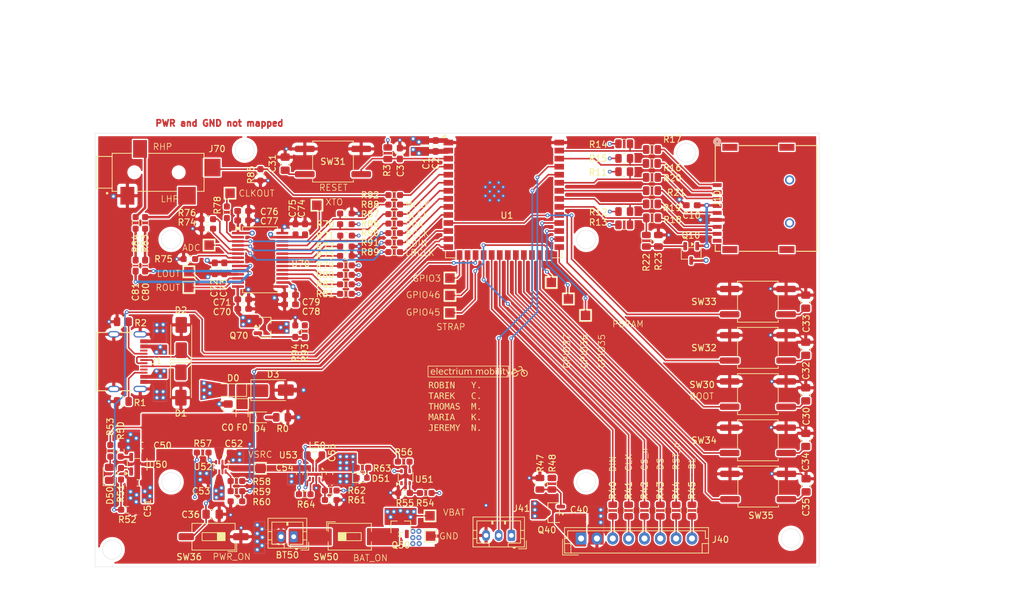
<source format=kicad_pcb>
(kicad_pcb (version 20241229) (generator "pcbnew") (generator_version "9.0")
  (layers (0 "F.Cu" signal) (4 "In1.Cu" signal "GND.Cu") (6 "In2.Cu" signal "PWR.Cu") (2 "B.Cu" signal) (13 "F.Paste" user) (15 "B.Paste" user) (5 "F.SilkS" user "F.Silkscreen") (7 "B.SilkS" user "B.Silkscreen") (1 "F.Mask" user) (3 "B.Mask" user) (25 "Edge.Cuts" user))
  (net 0 "")
  (net 1 "GND")
  (net 2 "+3V3")
  (net 3 "VBAT")
  (net 4 "VBUS")
  (net 5 "/GPIO0")
  (net 6 "/CHIP_PU")
  (net 7 "/PB0")
  (net 8 "/PB1")
  (net 9 "/PB2")
  (net 10 "/PB3")
  (net 11 "/AudioAlt/LHPOUT")
  (net 12 "/AudioAlt/RHPOUT")
  (net 13 "/AudioAlt/AVDD")
  (net 14 "/AudioAlt/VMID")
  (net 15 "/AudioAlt/PWR_CTRL")
  (net 16 "VSRC")
  (net 17 "/PWR_ON_n")
  (net 18 "/Power/STAT")
  (net 19 "/Power/BAT+")
  (net 20 "/SD_VDD")
  (net 21 "Net-(C80-Pad2)")
  (net 22 "Net-(C81-Pad2)")
  (net 23 "/USB_PWR")
  (net 24 "/USB_PWR2")
  (net 25 "Net-(D4-A2)")
  (net 26 "Net-(D50-A)")
  (net 27 "Net-(D51-A)")
  (net 28 "/SD_CLK")
  (net 29 "Net-(J1-CC1-PadB5)")
  (net 30 "/SD_CMD")
  (net 31 "Net-(J1-CC1-PadA5)")
  (net 32 "/LCD_VDD")
  (net 34 "/USB_D-")
  (net 36 "Net-(J10-DAT1)")
  (net 37 "/USB_D+")
  (net 38 "Net-(J10-CLK)")
  (net 39 "Net-(J10-CD{slash}DAT3)")
  (net 40 "/TXD0")
  (net 41 "/RXD0")
  (net 42 "Net-(J10-CMD)")
  (net 43 "Net-(J10-DAT0)")
  (net 44 "Net-(J10-DAT2)")
  (net 45 "Net-(J40-Pin_4)")
  (net 46 "Net-(J40-Pin_7)")
  (net 47 "/AudioAlt/A2_SDIN")
  (net 48 "/SD_D0")
  (net 49 "/SD_D1")
  (net 50 "/SD_D2")
  (net 51 "/SD_D3")
  (net 52 "/AudioAlt/A2_SCLK")
  (net 53 "Net-(J40-Pin_6)")
  (net 54 "Net-(J40-Pin_5)")
  (net 55 "/CHRG_STAT")
  (net 56 "Net-(J40-Pin_3)")
  (net 57 "Net-(J40-Pin_8)")
  (net 58 "/PWR_SRC")
  (net 59 "Net-(J70-PadT)")
  (net 60 "Net-(J70-PadR)")
  (net 61 "/A_MCLK")
  (net 62 "/A_LRCLK")
  (net 63 "/A_BCLK")
  (net 64 "/A_SDIN")
  (net 65 "Net-(Q10-G)")
  (net 66 "/A_SDA")
  (net 67 "/A_SLC")
  (net 68 "/A_GPIO")
  (net 69 "/LCD_DIN")
  (net 70 "/LCD_CLK")
  (net 71 "/LCD_CS_n")
  (net 72 "/LCD_DS")
  (net 73 "/LCD_RST_n")
  (net 74 "/LCD_BL")
  (net 75 "Net-(Q40-G)")
  (net 76 "/Power/BB_EN")
  (net 77 "/Power/PMOS_D")
  (net 78 "Net-(U50-PROG)")
  (net 79 "/AudioAlt/A2_TSW")
  (net 80 "Net-(U51-+)")
  (net 81 "/AudioAlt/A2_BCLK")
  (net 82 "Net-(R56-Pad1)")
  (net 83 "Net-(U52-ST)")
  (net 84 "Net-(U53-FB)")
  (net 85 "/AudioAlt/A2_DACLRC")
  (net 86 "Net-(U1-IO3)")
  (net 87 "Net-(U1-IO35)")
  (net 88 "Net-(U1-IO37)")
  (net 89 "Net-(U1-IO46)")
  (net 90 "Net-(U1-IO36)")
  (net 91 "Net-(U1-IO45)")
  (net 92 "/AudioAlt/A2_MCLK")
  (net 93 "/AudioAlt/A2_DACDAT")
  (net 94 "Net-(U70-~{CSB})")
  (net 95 "Net-(U70-MODE)")
  (net 96 "Net-(U70-ADCLRC)")
  (net 97 "Net-(R78-Pad2)")
  (net 98 "Net-(U70-CLKOUT)")
  (net 99 "Net-(U70-LLINEIN)")
  (net 100 "Net-(U70-RLINEIN)")
  (net 101 "Net-(U70-MICBIAS)")
  (net 102 "Net-(U70-MICIN)")
  (net 103 "Net-(U70-ADCDAT)")
  (net 104 "Net-(U70-XTO)")
  (net 105 "Net-(U70-LOUT)")
  (net 106 "Net-(U70-ROUT)")
  (net 108 "Net-(U53-MODE)")
  (net 109 "/Power/LX2")
  (net 110 "/Power/LX1")
  (footprint "Capacitor_SMD:C_0603_1608Metric_Pad1.08x0.95mm_HandSolder" (layer "F.Cu") (at 138.45 42.0375 90)
    (property "Reference" "C1")
    (property "Value" "10uF")
  )
  (footprint "Package_SO:SSOP-28_5.3x10.2mm_P0.65mm" (layer "F.Cu") (at 112.25 60.025)
    (property "Reference" "U70")
    (property "Value" "WM8731SEDS")
  )
  (footprint "TestPoint:TestPoint_Pad_1.5x1.5mm" (layer "F.Cu") (at 142.2 65.65)
    (property "Reference" "TP8" (hide yes))
    (property "Value" "GPIO46")
  )
  (footprint "Resistor_SMD:R_0603_1608Metric_Pad0.98x0.95mm_HandSolder" (layer "F.Cu") (at 123.3875 96.46 180)
    (property "Reference" "R62")
    (property "Value" "28kΩ")
  )
  (footprint "Resistor_SMD:R_0603_1608Metric_Pad0.98x0.95mm_HandSolder" (layer "F.Cu") (at 125.7875 57.9)
    (property "Reference" "R72")
    (property "Value" "10kΩ")
  )
  (footprint "Resistor_SMD:R_0805_2012Metric" (layer "F.Cu") (at 174.0875 49.1)
    (property "Reference" "R21")
    (property "Value" "0Ω")
  )
  (footprint "Resistor_SMD:R_0805_2012Metric" (layer "F.Cu") (at 90.5875 69.8 180)
    (property "Reference" "R2")
    (property "Value" "5.1kΩ")
  )
  (footprint "Capacitor_SMD:C_0603_1608Metric_Pad1.08x0.95mm_HandSolder" (layer "F.Cu") (at 123.2 93.7975 -90)
    (property "Reference" "C55")
    (property "Value" "47uF")
  )
  (footprint "Button_Switch_SMD:SW_Push_1P1T_NO_CK_KSC6xxG" (layer "F.Cu") (at 190.85 95.83)
    (property "Reference" "SW35")
    (property "Value" "SW_Push")
  )
  (footprint "Footprints:logo" (layer "F.Cu") (at 153.2 77.7)
    (property "Reference" "G***" (hide yes))
    (property "Value" "LOGO" (hide yes))
  )
  (footprint "Resistor_SMD:R_0805_2012Metric" (layer "F.Cu") (at 169.7125 44 180)
    (property "Reference" "R15")
    (property "Value" "10kΩ")
  )
  (footprint "Package_TO_SOT_SMD:SOT-23-3" (layer "F.Cu") (at 134.45 102.1875 90)
    (property "Reference" "Q50")
    (property "Value" "DMP3068L-7")
  )
  (footprint "Capacitor_SMD:C_0603_1608Metric_Pad1.08x0.95mm_HandSolder" (layer "F.Cu") (at 119.3375 55.2025 90)
    (property "Reference" "C74")
    (property "Value" "10uF")
  )
  (footprint "Resistor_SMD:R_0603_1608Metric_Pad0.98x0.95mm_HandSolder" (layer "F.Cu") (at 133.4125 55.8 180)
    (property "Reference" "R90")
    (property "Value" "0Ω")
  )
  (footprint "TestPoint:TestPoint_Pad_1.5x1.5mm" (layer "F.Cu") (at 142.2 68.4)
    (property "Reference" "TP7" (hide yes))
    (property "Value" "GPIO45")
  )
  (footprint "Resistor_SMD:R_0603_1608Metric_Pad0.98x0.95mm_HandSolder" (layer "F.Cu") (at 123.3875 97.96)
    (property "Reference" "R61")
    (property "Value" "5.1kΩ")
  )
  (footprint "Resistor_SMD:R_0603_1608Metric_Pad0.98x0.95mm_HandSolder" (layer "F.Cu") (at 133.4125 58.8 180)
    (property "Reference" "R89")
    (property "Value" "0Ω")
  )
  (footprint "Capacitor_SMD:C_0603_1608Metric_Pad1.08x0.95mm_HandSolder" (layer "F.Cu") (at 105.1 61.3625 -90)
    (property "Reference" "C72")
    (property "Value" "10uF")
  )
  (footprint "Resistor_SMD:R_0603_1608Metric_Pad0.98x0.95mm_HandSolder" (layer "F.Cu") (at 125.7875 59.4)
    (property "Reference" "R73")
    (property "Value" "10kΩ")
  )
  (footprint "Footprints:CUI_SJ-3524-SMT" (layer "F.Cu") (at 92.4 46.2)
    (property "Reference" "J70")
    (property "Value" "SJ-3524-SMT-TR")
  )
  (footprint "Resistor_SMD:R_0805_2012Metric" (layer "F.Cu") (at 175.1 57.0125 90)
    (property "Reference" "R23")
    (property "Value" "0Ω")
  )
  (footprint "Resistor_SMD:R_0603_1608Metric_Pad0.98x0.95mm_HandSolder" (layer "F.Cu") (at 138.3875 96.85)
    (property "Reference" "R54")
    (property "Value" "2.7kΩ")
  )
  (footprint "Capacitor_SMD:C_0603_1608Metric_Pad1.08x0.95mm_HandSolder" (layer "F.Cu") (at 92.6 60.9375 90)
    (property "Reference" "C81")
    (property "Value" "220uF")
  )
  (footprint "Capacitor_SMD:C_0805_2012Metric_Pad1.18x1.45mm_HandSolder" (layer "F.Cu") (at 198.4 95.6375 90)
    (property "Reference" "C35")
    (property "Value" "0.1uF")
  )
  (footprint "Resistor_SMD:R_0805_2012Metric" (layer "F.Cu") (at 169.7125 41.7 180)
    (property "Reference" "R14")
    (property "Value" "10kΩ")
  )
  (footprint "Resistor_SMD:R_0805_2012Metric" (layer "F.Cu") (at 169.7125 52.4 180)
    (property "Reference" "R12")
    (property "Value" "10kΩ")
  )
  (footprint "Resistor_SMD:R_0805_2012Metric" (layer "F.Cu") (at 169.7125 54.5 180)
    (property "Reference" "R13")
    (property "Value" "10kΩ")
  )
  (footprint "Resistor_SMD:R_0603_1608Metric_Pad0.98x0.95mm_HandSolder" (layer "F.Cu") (at 125.7875 54.4 180)
    (property "Reference" "R70")
    (property "Value" "10kΩ")
  )
  (footprint "Capacitor_SMD:C_0805_2012Metric_Pad1.18x1.45mm_HandSolder" (layer "F.Cu") (at 116.2 44.8375 90)
    (property "Reference" "C31")
    (property "Value" "0.1uF")
  )
  (footprint "Resistor_SMD:R_0603_1608Metric_Pad0.98x0.95mm_HandSolder" (layer "F.Cu") (at 133.4125 57.3 180)
    (property "Reference" "R91")
    (property "Value" "0Ω")
  )
  (footprint "Resistor_SMD:R_0805_2012Metric" (layer "F.Cu") (at 174.0875 42.6 180)
    (property "Reference" "R17")
    (property "Value" "0Ω")
  )
  (footprint "Button_Switch_SMD:SW_Push_1P1T_NO_CK_KSC6xxG" (layer "F.Cu") (at 190.8 81.23)
    (property "Reference" "SW30")
    (property "Value" "BOOT")
  )
  (footprint "Resistor_SMD:R_0603_1608Metric_Pad0.98x0.95mm_HandSolder" (layer "F.Cu") (at 125.7875 65.4 180)
    (property "Reference" "R81")
    (property "Value" "47kΩ")
  )
  (footprint "Footprints:MEM2075-00-140-01-A_GCT" (layer "F.Cu") (at 192.1248 50.325001 90)
    (property "Reference" "J10")
    (property "Value" "MEM2075-00-140-01-A")
  )
  (footprint "Capacitor_SMD:C_0805_2012Metric_Pad1.18x1.45mm_HandSolder" (layer "F.Cu") (at 107.2 83.8375 90)
    (property "Reference" "C0")
    (property "Value" "10uF")
  )
  (footprint "Package_TO_SOT_SMD:SOT-23-3" (layer "F.Cu") (at 158.5625 99.95 180)
    (property "Reference" "Q40")
    (property "Value" "DMP3068L-7")
  )
  (footprint "TestPoint:TestPoint_Pad_1.5x1.5mm" (layer "F.Cu") (at 158.2 63.6)
    (property "Reference" "TP5" (hide yes))
    (property "Value" "PSRAM37")
  )
  (footprint "Diode_SMD:D_SOD-123" (layer "F.Cu") (at 107.75 80.6 180)
    (property "Reference" "D0")
    (property "Value" "1N5819HW-7-F")
  )
  (footprint "Diode_SMD:D_SMA" (layer "F.Cu") (at 99.8 72.3 90)
    (property "Reference" "D2")
    (property "Value" "LESD5D5.0CT1G")
  )
  (footprint "Resistor_SMD:R_0603_1608Metric_Pad0.98x0.95mm_HandSolder" (layer "F.Cu") (at 134.9125 91.9 180)
    (property "Reference" "R56")
    (property "Value" "0Ω")
  )
  (footprint "Resistor_SMD:R_0603_1608Metric_Pad0.98x0.95mm_HandSolder" (layer "F.Cu") (at 133.4125 52.8 180)
    (property "Reference" "R87")
    (property "Value" "0Ω")
  )
  (footprint "Diode_SMD:D_SMA" (layer "F.Cu") (at 99.75 79.8 -90)
    (property "Reference" "D1")
    (property "Value" "LESD5D5.0CT1G")
  )
  (footprint "Resistor_SMD:R_0603_1608Metric_Pad0.98x0.95mm_HandSolder" (layer "F.Cu") (at 92.6 54.1875 90)
    (property "Reference" "R84")
    (property "Value" "0Ω")
  )
  (footprint "Capacitor_SMD:C_0603_1608Metric_Pad1.08x0.95mm_HandSolder" (layer "F.Cu") (at 109.5625 52.3)
    (property "Reference" "C76")
    (property "Value" "10uF")
  )
  (footprint "TestPoint:TestPoint_Pad_1.5x1.5mm" (layer "F.Cu") (at 112.3 92.96 180)
    (property "Reference" "TP52" (hide yes))
    (property "Value" "VSRC")
  )
  (footprint "Resistor_SMD:R_0603_1608Metric_Pad0.98x0.95mm_HandSolder" (layer "F.Cu") (at 103.9125 53.6 180)
    (property "Reference" "R76")
    (property "Value" "10kΩ")
  )
  (footprint "Capacitor_SMD:C_0603_1608Metric_Pad1.08x0.95mm_HandSolder" (layer "F.Cu") (at 93.6375 89.35)
    (property "Reference" "C50")
    (property "Value" "4.7uF")
  )
  (footprint "Resistor_SMD:R_0805_2012Metric" (layer "F.Cu") (at 167.9 99.6125 -90)
    (property "Reference" "R40")
    (property "Value" "0Ω")
  )
  (footprint "TestPoint:TestPoint_Pad_1.5x1.5mm" (layer "F.Cu") (at 104.2 57.7)
    (property "Reference" "TP14" (hide yes))
    (property "Value" "ADCDAT")
  )
  (footprint "Resistor_SMD:R_0805_2012Metric" (layer "F.Cu") (at 174.0625 44.8 180)
    (property "Reference" "R16")
    (property "Value" "0Ω")
  )
  (footprint "Resistor_SMD:R_0805_2012Metric" (layer "F.Cu") (at 169.7125 46.1 180)
    (property "Reference" "R11")
    (property "Value" "10kΩ")
  )
  (footprint "Resistor_SMD:R_0603_1608Metric_Pad0.98x0.95mm_HandSolder" (layer "F.Cu") (at 112.3 46.6125 -90)
    (property "Reference" "R85")
    (property "Value" "10kΩ")
  )
  (footprint "Capacitor_SMD:C_0603_1608Metric_Pad1.08x0.95mm_HandSolder" (layer "F.Cu") (at 109.5625 53.8)
    (property "Reference" "C77")
    (property "Value" "0.1uF")
  )
  (footprint "Button_Switch_SMD:SW_Push_1P1T_NO_CK_KSC6xxG" (layer "F.Cu") (at 123.75 44.5)
    (property "Reference" "SW31")
    (property "Value" "RESET")
  )
  (footprint "Capacitor_SMD:C_0603_1608Metric_Pad1.08x0.95mm_HandSolder" (layer "F.Cu") (at 118.5 93.7975 -90)
    (property "Reference" "C54")
    (property "Value" "22uF")
  )
  (footprint "Resistor_SMD:R_0603_1608Metric_Pad0.98x0.95mm_HandSolder" (layer "F.Cu") (at 133.4125 51.3 180)
    (property "Reference" "R88")
    (property "Value" "0Ω")
  )
  (footprint "Package_TO_SOT_SMD:SOT-23-3" (layer "F.Cu") (at 180.275 59 -90)
    (property "Reference" "Q10")
    (property "Value" "DMP3068L-7")
  )
  (footprint "Button_Switch_SMD:SW_DIP_SPSTx01_Slide_6.7x4.1mm_W8.61mm_P2.54mm_LowProfile" (layer "F.Cu") (at 104.9 103.75 180)
    (property "Reference" "SW36")
    (property "Value" "SW_SPST")
  )
  (footprint "Resistor_SMD:R_0603_1608Metric_Pad0.98x0.95mm_HandSolder" (layer "F.Cu") (at 108.5125 98.16)
    (property "Reference" "R60")
    (property "Value" "10kΩ")
  )
  (footprint "Resistor_SMD:R_0805_2012Metric" (layer "F.Cu") (at 174.1125 53.4 180)
    (property "Reference" "R18")
    (property "Value" "0Ω")
  )
  (footprint "Capacitor_SMD:C_0603_1608Metric_Pad1.08x0.95mm_HandSolder" (layer "F.Cu") (at 106.6625 90.46 180)
    (property "Reference" "C52")
    (property "Value" "0.1uF")
  )
  (footprint "Resistor_SMD:R_0603_1608Metric_Pad0.98x0.95mm_HandSolder" (layer "F.Cu") (at 133.4125 49.8 180)
    (property "Reference" "R92")
    (property "Value" "0Ω")
  )
  (footprint "Capacitor_SMD:C_0603_1608Metric_Pad1.08x0.95mm_HandSolder" (layer "F.Cu") (at 163.8 100.9)
    (property "Reference" "C40")
    (property "Value" "0.1uF")
  )
  (footprint "Resistor_SMD:R_0805_2012Metric" (layer "F.Cu") (at 132.4 43.1875 90)
    (property "Reference" "R3")
    (property "Value" "10kΩ")
  )
  (footprint "Capacitor_SMD:C_0805_2012Metric_Pad1.18x1.45mm_HandSolder" (layer "F.Cu") (at 198.35 74.0675 90)
    (property "Reference" "C32")
    (property "Value" "0.1uF")
  )
  (footprint "Button_Switch_SMD:SW_Push_1P1T_NO_CK_KSC6xxG" (layer "F.Cu") (at 190.8 88.53)
    (property "Reference" "SW34")
    (property "Value" "SW_Push")
  )
  (footprint "TestPoint:TestPoint_Pad_1.5x1.5mm" (layer "F.Cu") (at 139.15 103.65)
    (property "Reference" "TP51" (hide yes))
    (property "Value" "GND")
  )
  (footprint "Resistor_SMD:R_0603_1608Metric_Pad0.98x0.95mm_HandSolder" (layer "F.Cu") (at 125.7875 52.7)
    (property "Reference" "R77" (hide yes))
    (property "Value" "10kΩ")
  )
  (footprint "Diode_SMD:D_0805_2012Metric_Pad1.15x1.40mm_HandSolder" (layer "F.Cu") (at 109.4 83.825 -90)
    (property "Reference" "F0")
    (property "Value" "0805L050WR")
  )
  (footprint "Resistor_SMD:R_0603_1608Metric_Pad0.98x0.95mm_HandSolder" (layer "F.Cu") (at 133.4125 54.3 180)
    (property "Reference" "R86")
    (property "Value" "0Ω")
  )
  (footprint "Inductor_SMD:L_0805_2012Metric_Pad1.05x1.20mm_HandSolder" (layer "F.Cu") (at 120.85 90.86)
    (property "Reference" "L50")
    (property "Value" "1uH")
  )
  (footprint "Capacitor_SMD:C_0603_1608Metric_Pad1.08x0.95mm_HandSolder" (layer "F.Cu") (at 109.575 66.265)
    (property "Reference" "C71")
    (property "Value" "0.1uF")
  )
  (footprint "Capacitor_SMD:C_0603_1608Metric_Pad1.08x0.95mm_HandSolder" (layer "F.Cu") (at 134.3 43.2375 90)
    (property "Reference" "C3")
    (property "Value" "1uF")
  )
  (footprint "Resistor_SMD:R_0603_1608Metric_Pad0.98x0.95mm_HandSolder" (layer "F.Cu") (at 119.2875 97.06)
    (property "Reference" "R64")
    (property "Value" "10kΩ")
  )
  (footprint "TestPoint:TestPoint_Pad_1.5x1.5mm" (layer "F.Cu") (at 142.2 62.9)
    (property "Reference" "TP6" (hide yes))
    (property "Value" "GPIO3")
  )
  (footprint "Resistor_SMD:R_0603_1608Metric_Pad0.98x0.95mm_HandSolder" (layer "F.Cu") (at 103.1875 90.46)
    (property "Reference" "R57")
    (property "Value" "10kΩ")
  )
  (footprint "Capacitor_SMD:C_0603_1608Metric_Pad1.08x0.95mm_HandSolder" (layer "F.Cu") (at 117.8375 55.2025 90)
    (property "Reference" "C75")
    (property "Value" "0.1uF")
  )
  (footprint "TestPoint:TestPoint_Pad_1.5x1.5mm" (layer "F.Cu") (at 163.6 68.8)
    (property "Reference" "TP3" (hide yes))
    (property "Value" "PSRAM35")
  )
  (footprint "Capacitor_SMD:C_0603_1608Metric_Pad1.08x0.95mm_HandSolder" (layer "F.Cu") (at 94.1 60.9375 90)
    (property "Reference" "C80")
    (property "Value" "220uF")
  )
  (footprint "Button_Switch_SMD:SW_Push_1P1T_NO_CK_KSC6xxG" (layer "F.Cu") (at 190.8 66.63)
    (property "Reference" "SW33")
    (property "Value" "SW_Push")
  )
  (footprint "Resistor_SMD:R_0805_2012Metric" (layer "F.Cu") (at 172.9 99.6125 -90)
    (property "Reference" "R42")
    (property "Value" "0Ω")
  )
  (footprint "Resistor_SMD:R_0805_2012Metric" (layer "F.Cu") (at 90.5875 82.4 180)
    (property "Reference" "R1")
    (property "Value" "5.1kΩ")
  )
  (footprint "Diode_SMD:D_SOD-323" (layer "F.Cu") (at 112.25 84.9)
    (property "Reference" "D4")
    (property "Value" "MMSZ5231B-7-F")
  )
  (footprint "Package_TO_SOT_SMD:SOT-583-8" (layer "F.Cu") (at 120.85 93.9 -90)
    (property "Reference" "U53")
    (property "Value" "TPS631000DRLR")
  )
  (footprint "Resistor_SMD:R_0603_1608Metric_Pad0.98x0.95mm_HandSolder" (layer "F.Cu") (at 94.1 54.1875 90)
    (property "Reference" "R83")
    (property "Value" "0Ω")
  )
  (footprint "TestPoint:TestPoint_Pad_1.5x1.5mm" (layer "F.Cu") (at 139.05 100.45)
    (property "Reference" "TP50" (hide yes))
    (property "Value" "VBAT")
  )
  (footprint "Resistor_SMD:R_0805_2012Metric" (layer "F.Cu") (at 174.0875 51.2 180)
    (property "Reference" "R19")
    (property "Value" "0Ω")
  )
  (footprint "LED_SMD:LED_0805_2012Metric_Pad1.15x1.40mm_HandSolder" (layer "F.Cu") (at 88.45 93.825 90)
    (property "Reference" "D50")
    (property "Value" "LED")
  )
  (footprint "Capacitor_SMD:C_0603_1608Metric_Pad1.08x0.95mm_HandSolder" (layer "F.Cu") (at 106.6 61.3625 -90)
    (property "Reference" "C73")
    (property "Value" "0.1uF")
  )
  (footprint "Diode_SMD:D_SMA" (layer "F.Cu") (at 114.3 80.6)
    (property "Reference" "D3")
    (property "Value" "LESD5D5.0CT1G")
  )
  (footprint "Capacitor_SMD:C_0603_1608Metric_Pad1.08x0.95mm_HandSolder" (layer "F.Cu") (at 104.9375 94.96)
    (property "Reference" "C53")
    (property "Value" "0.1uF")
  )
  (footprint "Package_TO_SOT_SMD:SOT-353_SC-70-5" (layer "F.Cu") (at 135.205 94.35 90)
    (property "Reference" "U51")
    (property "Value" "MIC845H")
  )
  (footprint "Resistor_SMD:R_0603_1608Metric_Pad0.98x0.95mm_HandSolder" (layer "F.Cu") (at 134.9625 96.85)
    (property "Reference" "R55")
    (property "Value" "10kΩ")
  )
  (footprint "RF_Module:ESP32-S3-WROOM-1" (layer "F.Cu") (at 150.7 46.76)
    (property "Reference" "U1")
    (property "Value" "ESP32-S3-WROOM-1")
  )
  (footprint "Resistor_SMD:R_0603_1608Metric_Pad0.98x0.95mm_HandSolder" (layer "F.Cu") (at 107 52.5125 90)
    (property "Reference" "R78")
    (property "Value" "100Ω")
  )
  (footprint "Resistor_SMD:R_0603_1608Metric_Pad0.98x0.95mm_HandSolder" (layer "F.Cu") (at 91.2375 99.5)
    (property "Reference" "R52")
    (property "Value" "4.3kΩ")
  )
  (footprint "Package_TO_SOT_SMD:SOT-23-5" (layer "F.Cu") (at 92.85 92.3125 90)
    (property "Reference" "U50")
    (property "Value" "MCP73831-2-OT")
  )
  (footprint "Capacitor_SMD:C_0603_1608Metric_Pad1.08x0.95mm_HandSolder" (layer "F.Cu") (at 180.3625 51.4 180)
    (property "Reference" "C10")
    (property "Value" "0.1uF")
  )
  (footprint "Resistor_SMD:R_0603_1608Metric_Pad0.98x0.95mm_HandSolder" (layer "F.Cu") (at 117.8 71.2875 90)
    (property "Reference" "R94")
    (property "Value" "0Ω")
  )
  (footprint "Resistor_SMD:R_0603_1608Metric_Pad0.98x0.95mm_HandSolder" (layer "F.Cu") (at 108.5125 96.56)
    (property "Reference" "R59")
    (property "Value" "5.1kΩ")
  )
  (footprint "Resistor_SMD:R_0805_2012Metric" (layer "F.Cu") (at 115.7125 84.9)
    (property "Reference" "R0")
    (property "Value" "5.1k")
  )
  (footprint "Connector_JST:JST_EH_B8B-EH-A_1x08_P2.50mm_Vertical" (layer "F.Cu") (at 162.9 104.03)
    (property "Reference" "J40")
    (property "Value" "PH2.0")
  )
  (footprint "Resistor_SMD:R_0603_1608Metric_Pad0.98x0.95mm_HandSolder" (layer "F.Cu") (at 90.25 90.1875 90)
    (property "Reference" "R50")
    (property "Value" "2 kΩ")
  )
  (footprint "Capacitor_SMD:C_0603_1608Metric_Pad1.08x0.95mm_HandSolder" (layer "F.Cu") (at 139.95 42.0375 90)
    (property "Reference" "C2")
    (property "Value" "0.1uF")
  )
  (footprint "Resistor_SMD:R_0603_1608Metric_Pad0.98x0.95mm_HandSolder" (layer "F.Cu") (at 125.7875 63.9 180)
    (property "Reference" "R82")
    (property "Value" "47kΩ")
  )
  (footprint "Resistor_SMD:R_0603_1608Metric_Pad0.98x0.95mm_HandSolder" (layer "F.Cu") (at 125.8125 56.2 180)
    (property "Reference" "R71")
    (property "Value" "10kΩ")
  )
  (footprint "Resistor_SMD:R_0603_1608Metric_Pad0.98x0.95mm_HandSolder" (layer "F.Cu") (at 88.6 90.1875 90)
    (property "Reference" "R53")
    (property "Value" "470Ω")
  )
  (footprint "Resistor_SMD:R_0603_1608Metric_Pad0.98x0.95mm_HandSolder" (layer "F.Cu") (at 128.4 92.86)
    (property "Reference" "R63")
    (property "Value" "5.1kΩ")
  )
  (footprint "Footprints:USB_C_12402012E212A_AMP" (layer "F.Cu") (at 90.2297 76.100001 -90)
    (property "Reference" "J1")
    (property "Value" "12402012E212A")
  )
  (footprint "Connector_JST:JST_PH_B3B-PH-K_1x03_P2.00mm_Vertical" (layer "F.Cu") (at 151.9 103.55 180)
    (property "Reference" "J41")
    (property "Value" "UART")
  )
  (footprint "TestPoint:TestPoint_Pad_1.5x1.5mm" (layer "F.Cu") (at 101 61.9)
    (property "Reference" "TP72" (hide yes))
    (property "Value" "LOUT")
  )
  (footprint "TestPoint:TestPoint_Pad_1.5x1.5mm" (layer "F.Cu") (at 101 64.4)
    (property "Reference" "TP73" (hide yes))
    (property "Value" "ROUT")
  )
  (footprint "Resistor_SMD:R_0805_2012Metric" (layer "F.Cu") (at 180.4 99.6125 -90)
    (property "Reference" "R45")
    (property "Value" "0Ω")
  )
  (footprint "Capacitor_SMD:C_0805_2012Metric_Pad1.18x1.45mm_HandSolder" (layer "F.Cu") (at 104.7625 100.2)
    (property "Reference" "C36")
    (property "Value" "0.1uF")
  )
  (footprint "Resistor_SMD:R_0805_2012Metric" (layer "F.Cu") (at 177.9 99.6125 -90)
    (property "Reference" "R44")
    (property "Value" "0Ω")
  )
  (footprint "TestPoint:TestPoint_Pad_1.5x1.5mm" (layer "F.Cu") (at 121.2 51.4)
    (property "Reference" "TP71" (hide yes))
    (property "Value" "XTO")
  )
  (footprint "Package_TO_SOT_SMD:SOT-583-8" (layer "F.Cu") (at 106.05 92.72 -90)
    (property "Reference" "U52")
    (property "Value" "LM66200DRLR")
  )
  (footprint "LED_SMD:LED_0603_1608Metric" (layer "F.Cu") (at 128.3125 94.46)
    (property "Reference" "D51")
    (property "Value" "RED")
  )
  (footprint "Capacitor_SMD:C_0805_2012Metric_Pad1.18x1.45mm_HandSolder" (layer "F.Cu") (at 198.35 66.63 90)
    (property "Reference" "C33")
    (property "Value" "0.1uF")
  )
  (footprint "Capacitor_SMD:C_0603_1608Metric_Pad1.08x0.95mm_HandSolder" (layer "F.Cu") (at 116.975 67.065 180)
    (property "Reference" "C78")
    (property "Value" "10uF")
  )
  (footprint "Button_Switch_SMD:SW_Push_1P1T_NO_CK_KSC6xxG" (layer "F.Cu") (at 190.8 73.93)
    (property "Reference" "SW32")
    (property "Value" "SW_Push")
  )
  (footprint "Capacitor_SMD:C_0805_2012Metric_Pad1.18x1.45mm_HandSolder" (layer "F.Cu") (at 198.35 88.4675 90)
    (property "Reference" "C34")
    (property "Value" "0.1uF")
  )
  (footprint "Resistor_SMD:R_0805_2012Metric" (layer "F.Cu") (at 175.4 99.6125 -90)
    (property "Reference" "R43")
    (property "Value" "0Ω")
  )
  (footprint "Resistor_SMD:R_0805_2012Metric" (layer "F.Cu") (at 174.0875 47)
    (property "Reference" "R20")
    (property "Value" "0Ω")
  )
  (footprint "Resistor_SMD:R_0603_1608Metric_Pad0.98x0.95mm_HandSolder" (layer "F.Cu") (at 108.5125 94.96 180)
    (property "Reference" "R58")
    (property "Value" "5.1kΩ")
  )
  (footprint "TestPoint:TestPoint_Pad_1.5x1.5mm" (layer "F.Cu") (at 160.9 66.2)
    (property "Reference" "TP4" (hide yes))
    (property "Value" "PSRAM36")
  )
  (footprint "Capacitor_SMD:C_0603_1608Metric_Pad1.08x0.95mm_HandSolder" (layer "F.Cu") (at 116.975 65.565 180)
    (property "Reference" "C79")
    (property "Value" "0.1uF")
  )
  (footprint "Resistor_SMD:R_0603_1608Metric_Pad0.98x0.95mm_HandSolder" (layer "F.Cu") (at 103.9125 55.1 180)
    (property "Reference" "R74")
    (property "Value" "10kΩ")
  )
  (footprint "Button_Switch_SMD:SW_DIP_SPSTx01_Slide_6.7x4.1mm_W8.61mm_P2.54mm_LowProfile" (layer "F.Cu") (at 126.4 103.75)
    (property "Reference" "SW50")
    (property "Value" "SW_SPST")
  )
  (footprint "Connector_JST:JST_PH_B2B-PH-K_1x02_P2.00mm_Vertical" (layer "F.Cu") (at 117.55 103.75 180)
    (property "Reference" "BT50")
    (property "Value" "3.7V")
  )
  (footprint "Resistor_SMD:R_0805_2012Metric" (layer "F.Cu") (at 158.3 95.3875 90)
    (property "Reference" "R48")
    (property "Value" "NC")
  )
  (footprint "Capacitor_SMD:C_0603_1608Metric_Pad1.08x0.95mm_HandSolder" (layer "F.Cu") (at 92.9375 95.25)
    (property "Reference" "C51")
    (property "Value" "4.7uF")
  )
  (footprint "Capacitor_SMD:C_0805_2012Metric_Pad1.18x1.45mm_HandSolder" (layer "F.Cu") (at 198.35 81.2675 90)
    (property "Reference" "C30")
    (property "Value" "0.1uF")
  )
  (footprint "Resistor_SMD:R_0603_1608Metric_Pad0.98x0.95mm_HandSolder" (layer "F.Cu") (at 125.7875 60.9 180)
    (property "Reference" "R79")
    (property "Value" "47kΩ")
  )
  (footprint "Resistor_SMD:R_0603_1608Metric_Pad0.98x0.95mm_HandSolder" (layer "F.Cu") (at 101.0875 59.9 180)
    (property "Reference" "R75")
    (property "Value" "10kΩ")
  )
  (footprint "Resistor_SMD:R_0805_2012Metric" (layer "F.Cu") (at 170.4 99.6125 -90)
    (property "Reference" "R41")
    (property "Value" "0Ω")
  )
  (footprint "Package_TO_SOT_SMD:SOT-23-3" (layer "F.Cu") (at 113.0375 70.665)
    (property "Reference" "Q70")
    (property "Value" "DMP3068L-7")
  )
  (footprint "Resistor_SMD:R_0805_2012Metric" (layer "F.Cu") (at 156.4 95.3875 90)
    (property "Reference" "R47")
    (property "Value" "0Ω")
  )
  (footprint "Resistor_SMD:R_0805_2012Metric" (layer "F.Cu") (at 173.2 57.0125 90)
    (property "Reference" "R22")
    (property "Value" "NC")
  )
  (footprint "Resistor_SMD:R_0603_1608Metric_Pad0.98x0.95mm_HandSolder" (layer "F.Cu") (at 90.3 93.8125 -90)
    (property "Reference" "R51")
    (property "Value" "2.2kΩ")
  )
  (footprint "Resistor_SMD:R_0603_1608Metric_Pad0.98x0.95mm_HandSolder" (layer "F.Cu") (at 125.7875 62.4 180)
    (property "Reference" "R80")
    (property "Value" "47kΩ")
  )
  (footprint "TestPoint:TestPoint_Pad_1.5x1.5mm" (layer "F.Cu") (at 107.5 49.5)
    (property "Reference" "TP70" (hide yes))
    (property "Value" "CLKOUT")
  )
  (footprint "Capacitor_SMD:C_0603_1608Metric_Pad1.08x0.95mm_HandSolder" (layer "F.Cu") (at 109.575 67.765)
    (property "Reference" "C70")
    (property "Value" "10uF")
  )
  (footprint "Resistor_SMD:R_0603_1608Metric_Pad0.98x0.95mm_HandSolder" (layer "F.Cu") (at 119.3 71.2875 90)
    (property "Reference" "R93")
    (property "Value" "NC")
  )
  (gr_rect (start 138.75 76.8) (end 151.45 78.5254) (stroke (width 0.1)) (fill no) (layer "F.SilkS"))
  (gr_rect (start 86.2 40) (end 200.5 108.5) (stroke (width 0.05)) (fill no) (layer "Edge.Cuts"))
  (gr_circle (center 163.7 95.1) (end 165.2 95.1) (stroke (width 0.05)) (fill no) (layer "Edge.Cuts"))
  (gr_circle (center 98.2 95.1) (end 99.7 95.1) (stroke (width 0.05)) (fill no) (layer "Edge.Cuts"))
  (gr_circle (center 179.5 43.1) (end 181 43.1) (stroke (width 0.05)) (fill no) (layer "Edge.Cuts"))
  (gr_circle (center 88.9 105.8) (end 90.4 105.8) (stroke (width 0.05)) (fill no) (layer "Edge.Cuts"))
  (gr_circle (center 98.2 56.8) (end 99.7 56.8) (stroke (width 0.05)) (fill no) (layer "Edge.Cuts"))
  (gr_circle (center 163.7 56.8) (end 165.2 56.8) (stroke (width 0.05)) (fill no) (layer "Edge.Cuts"))
  (gr_circle (center 109.8 42.7) (end 111.3 42.7) (stroke (width 0.05)) (fill no) (layer "Edge.Cuts"))
  (gr_circle (center 196 104) (end 197.5 104) (stroke (width 0.05)) (fill no) (layer "Edge.Cuts"))
  (gr_text "PWR and GND not mapped" (at 95.5875 39.025 0) (layer "F.Cu") (effects (font (size 1 1) (thickness 0.25) (bold yes)) (justify left bottom)))
  (gr_text "BAT_ON" (at 126.85 107.7 0) (layer "F.SilkS") (effects (font (size 1 1) (thickness 0.1)) (justify left bottom)))
  (gr_text "CLKOUT" (at 108.8 50.1 0) (layer "F.SilkS") (effects (font (size 1 1) (thickness 0.1)) (justify left bottom)))
  (gr_text "PSRAM" (at 167.75 70.75 0) (layer "F.SilkS") (effects (font (size 1 1) (thickness 0.1)) (justify left bottom)))
  (gr_text "MCLK" (at 135.1 51.9 0) (layer "F.SilkS") (effects (font (size 1 1) (thickness 0.1)) (justify left bottom)))
  (gr_text "GPIO45" (at 135.2 68.9 0) (layer "F.SilkS") (effects (font (size 1 1) (thickness 0.1)) (justify left bottom)))
  (gr_text "DS" (at 176 93.3 90) (layer "F.SilkS") (effects (font (size 1 1) (thickness 0.1)) (justify left bottom)))
  (gr_text "ADC" (at 99.9 58.7 0) (layer "F.SilkS") (effects (font (size 1 1) (thickness 0.1)) (justify left bottom)))
  (gr_text "GPIO35" (at 166.75 77.25 90) (layer "F.SilkS") (effects (font (size 1 1) (thickness 0.1)) (justify left bottom)))
  (gr_text "BOOT" (at 179.95 82.15 0) (layer "F.SilkS") (effects (font (size 1 1) (thickness 0.1)) (justify left bottom)))
  (gr_text "VSRC" (at 110.3 91.36 0) (layer "F.SilkS") (effects (font (size 1 1) (thickness 0.1)) (justify left bottom)))
  (gr_text "LHP" (at 96.5 51 0) (layer "F.SilkS") (effects (font (size 1 1) (thickness 0.1)) (justify left bottom)))
  (gr_text "GPIO36" (at 164 77.25 90) (layer "F.SilkS") (effects (font (size 1 1) (thickness 0.1)) (justify left bottom)))
  (gr_text "SDIN" (at 135.1 58 0) (layer "F.SilkS") (effects (font (size 1 1) (thickness 0.1)) (justify left bottom)))
  (gr_text "LOUT" (at 95.9 62.8 0) (layer "F.SilkS") (effects (font (size 1 1) (thickness 0.1)) (justify left bottom)))
  (gr_text "RESET" (at 121.5 49.2 0) (layer "F.SilkS") (effects (font (size 1 1) (thickness 0.1)) (justify left bottom)))
  (gr_text "BCLK" (at 135.1 56.5 0) (layer "F.SilkS") (effects (font (size 1 1) (thickness 0.1)) (justify left bottom)))
  (gr_text "PWR_ON" (at 104.7 107.5 0) (layer "F.SilkS") (effects (font (size 1 1) (thickness 0.1)) (justify left bottom)))
  (gr_text "GPIO3" (at 136.25 63.55 0) (layer "F.SilkS") (effects (font (size 1 1) (thickness 0.1)) (justify left bottom)))
  (gr_text "GND" (at 140.45 104.25 0) (layer "F.SilkS") (effects (font (size 1 1) (thickness 0.1)) (justify left bottom)))
  (gr_text "SLCK" (at 135.1 53.5 0) (layer "F.SilkS") (effects (font (size 1 1) (thickness 0.1)) (justify left bottom)))
  (gr_text "GPIO37" (at 161.25 77.25 90) (layer "F.SilkS") (effects (font (size 1 1) (thickness 0.1)) (justify left bottom)))
  (gr_text "ROUT" (at 95.7 65 0) (layer "F.SilkS") (effects (font (size 1 1) (thickness 0.1)) (justify left bottom)))
  (gr_text "CS_n" (at 173.5 93.4 90) (layer "F.SilkS") (effects (font (size 1 1) (thickness 0.1)) (justify left bottom)))
  (gr_text "XTO" (at 122.5 51.5 0) (layer "F.SilkS") (effects (font (size 1 1) (thickness 0.1)) (justify left bottom)))
  (gr_text "LRCLK" (at 135.1 59.5 0) (layer "F.SilkS") (effects (font (size 1 1) (thickness 0.1)) (justify left bottom)))
  (gr_text "electrium mobility" (at 139.1 78.3 0) (layer "F.SilkS") (effects (font (size 1 1) (thickness 0.1)) (justify left bottom)))
  (gr_text "VBAT" (at 141.055 100.5 0) (layer "F.SilkS") (effects (font (size 1 1) (thickness 0.1)) (justify left bottom)))
  (gr_text "GPIO46" (at 135.2 66.15 0) (layer "F.SilkS") (effects (font (size 1 1) (thickness 0.1)) (justify left bottom)))
  (gr_text "CLK" (at 171 93.5 90) (layer "F.SilkS") (effects (font (size 1 1) (thickness 0.1)) (justify left bottom)))
  (gr_text "RST_n" (at 178.5 93.3 90) (layer "F.SilkS") (effects (font (size 1 1) (thickness 0.1)) (justify left bottom)))
  (gr_text "DIN" (at 168.5 93.6 90) (layer "F.SilkS") (effects (font (size 1 1) (thickness 0.1)) (justify left bottom)))
  (gr_text "ROBIN   Y.\nTAREK   C.\nTHOMAS  M.\nMARIA   K.\nJEREMY  N." (at 138.8 87.2 0) (layer "F.SilkS") (effects (font (size 1 1) (thickness 0.1)) (justify left bottom)))
  (gr_text "RHP" (at 95.25 42.75 0) (layer "F.SilkS") (effects (font (size 1 1) (thickness 0.1)) (justify left bottom)))
  (gr_text "STRAP" (at 140 71.2 0) (layer "F.SilkS") (effects (font (size 1 1) (thickness 0.1)) (justify left bottom)))
  (gr_text "SDA" (at 135.1 55 0) (layer "F.SilkS") (effects (font (size 1 1) (thickness 0.1)) (justify left bottom)))
  (gr_text "BL" (at 181 93.2 90) (layer "F.SilkS") (effects (font (size 1 1) (thickness 0.1)) (justify left bottom)))
  (segment (start 195.25 79.23) (end 193 79.23) (width 0.25) (layer "F.Cu") (net 1))
  (segment (start 127.8 52.7) (end 126.7 52.7) (width 0.25) (layer "F.Cu") (net 1))
  (segment (start 99.8 70.3) (end 97 70.3) (width 0.4) (layer "F.Cu") (net 1))
  (segment (start 192.8 64.6) (end 192.83 64.63) (width 0.25) (layer "F.Cu") (net 1))
  (segment (start 121.1 94.64) (end 121.1 96.06) (width 0.25) (layer "F.Cu") (net 1))
  (segment (start 195.25 71.93) (end 192.83 71.93) (width 0.25) (layer "F.Cu") (net 1))
  (segment (start 107.2 82.8) (end 105.9 82.8) (width 0.75) (layer "F.Cu") (net 1))
  (segment (start 147.9 103.55) (end 147.9 98.8) (width 0.25) (layer "F.Cu") (net 1))
  (segment (start 135.205 95.695) (end 134.05 96.85) (width 0.25) (layer "F.Cu") (net 1))
  (segment (start 193 93.8) (end 193.03 93.83) (width 0.25) (layer "F.Cu") (net 1))
  (segment (start 121.1 94.64) (end 121.1 94.06) (width 0.25) (layer "F.Cu") (net 1))
  (segment (start 116.1125 65.565) (end 115.035 65.565) (width 0.4) (layer "F.Cu") (net 1))
  (segment (start 91.8 49.9) (end 89.2 49.9) (width 0.4) (layer "F.Cu") (net 1))
  (segment (start 105.3 62.225) (end 104.475 62.225) (width 0.4) (layer "F.Cu") (net 1))
  (segment (start 117.8 70.375) (end 117.8 69.1) (width 0.25) (layer "F.Cu") (net 1))
  (segment (start 104.475 62.225) (end 104 62.7) (width 0.4) (layer "F.Cu") (net 1))
  (segment (start 100.175 59.9) (end 99.1 59.9) (width 0.25) (layer "F.Cu") (net 1))
  (segment (start 89.675 69.8) (end 88.4 69.8) (width 0.25) (layer "F.Cu") (net 1))
  (segment (start 103 55.1) (end 101.6 55.1) (width 0.25) (layer "F.Cu") (net 1))
  (segment (start 112.3 47.525) (end 113.475 47.525) (width 0.25) (layer "F.Cu") (net 1))
  (segment (start 116.1 54.8) (end 115.75 55.15) (width 0.4) (layer "F.Cu") (net 1))
  (segment (start 110.4 66.2275) (end 110.4375 66.265) (width 0.4) (layer "F.Cu") (net 1))
  (segment (start 105.3 62.225) (end 105.375 62.3) (width 0.4) (layer "F.Cu") (net 1))
  (segment (start 154.725 94.475) (end 154.7 94.5) (width 0.25) (layer "F.Cu") (net 1))
  (segment (start 134.05 96.85) (end 132.875 96.85) (width 0.25) (layer "F.Cu") (net 1))
  (segment (start 103 53.6) (end 103 55.1) (width 0.25) (layer "F.Cu") (net 1))
  (segment (start 126.7 59.4) (end 127.8 59.4) (width 0.25) (layer "F.Cu") (net 1))
  (segment (start 107.6 98.16) (end 107.6 100.3) (width 0.25) (layer "F.Cu") (net 1))
  (segment (start 110.425 53.8) (end 111.8 53.8) (width 0.4) (layer "F.Cu") (net 1))
  (segment (start 179.5 51.4) (end 179.325 51.4) (width 0.4) (layer "F.Cu") (net 1))
  (segment (start 110.4 64.7) (end 110.4 66.2275) (width 0.4) (layer "F.Cu") (net 1))
  (segment (start 124.3 97.96) (end 125.44 97.96) (width 0.25) (layer "F.Cu") (net 1))
  (segment (start 110.425 52.3) (end 110.425 53.8) (width 0.4) (layer "F.Cu") (net 1))
  (segment (start 195.25 86.53) (end 192.93 86.53) (width 0.25) (layer "F.Cu") (net 1))
  (segment (start 197.25 71.93) (end 198.35 73.03) (width 0.25) (layer "F.Cu") (net 1))
  (segment (start 89.2 49.9) (end 89.1 50) (width 0.4) (layer "F.Cu") (net 1))
  (segment (start 126.7 57.9) (end 127.8 57.9) (width 0.25) (layer "F.Cu") (net 1))
  (segment (start 119.3375 54.34) (end 116.56 54.34) (width 0.4) (layer "F.Cu") (net 1))
  (segment (start 116.1125 67.065) (end 116.1125 64.6125) (width 0.4) (layer "F.Cu") (net 1))
  (segment (start 89.675 82.4) (end 88.4 82.4) (width 0.25) (layer "F.Cu") (net 1))
  (segment (start 125.45 97.95) (end 125.44 97.96) (width 0.25) (layer "F.Cu") (net 1))
  (segment (start 197.35 79.23) (end 198.35 80.23) (width 0.25) (layer "F.Cu") (net 1))
  (segment (start 135.205 95.3) (end 135.205 95.695) (width 0.25) (layer "F.Cu") (net 1))
  (segment (start 115.75 55.15) (end 115.75 55.8) (width 0.4) (layer "F.Cu") (net 1))
  (segment (start 197.45 86.53) (end 198.35 87.43) (width 0.25) (layer "F.Cu") (net 1))
  (segment (start 116.56 54.34) (end 116.1 54.8) (width 0.4) (layer "F.Cu") (net 1))
  (segment (start 116.4 42.5) (end 119.3 42.5) (width 0.25) (layer "F.Cu") (net 1))
  (segment (start 195.25 71.93) (end 197.25 71.93) (width 0.25) (layer "F.Cu") (net 1))
  (segment (start 179.325 51.4) (end 178.425 50.5) (width 0.4) (layer "F.Cu") (net 1))
  (segment (start 197.3875 64.63) (end 198.35 65.5925) (width 0.25) (layer "F.Cu") (net 1))
  (segment (start 195.25 79.23) (end 197.35 79.23) (width 0.25) (layer "F.Cu") (net 1))
  (segment (start 184.705 53.620001) (end 181.804999 53.620001) (width 0.4) (layer "F.Cu") (net 1))
  (segment (start 99.75 81.8) (end 96.95 81.8) (width 0.4) (layer "F.Cu") (net 1))
  (segment (start 113.475 47.525) (end 113.5 47.5) (width 0.25) (layer "F.Cu") (net 1))
  (segment (start 156.4 94.475) (end 154.725 94.475) (width 0.25) (layer "F.Cu") (net 1))
  (segment (start 116.1125 64.6125) (end 115.75 64.25) (width 0.4) (layer "F.Cu") (net 1))
  (segment (start 178.225 50.5) (end 178.425 50.5) (width 0.25) (layer "F.Cu") (net 1))
  (segment (start 138.45 41.175) (end 141.625 41.175) (width 0.75) (layer "F.Cu") (net 1))
  (segment (start 195.25 64.63) (end 192.83 64.63) (width 0.25) (layer "F.Cu") (net 1))
  (segment (start 110.4375 67.765) (end 110.4375 66.265) (width 0.4) (layer "F.Cu") (net 1))
  (segment (start 181.804999 53.620001) (end 181.725 53.7) (width 0.4) (layer "F.Cu") (net 1))
  (segment (start 116.2 43.8) (end 116.2 42.7) (width 0.25) (layer "F.Cu") (net 1))
  (segment (start 192.83 71.93) (end 192.8 71.9) (width 0.25) (layer "F.Cu") (net 1))
  (segment (start 116.3 80.6) (end 119.1 80.6) (width 0.75) (layer "F.Cu") (net 1))
  (segment (start 115.035 65.565) (end 114.6 66) (width 0.4) (layer "F.Cu") (net 1))
  (segment (start 197.63 93.83) (end 198.4 94.6) (width 0.25) (layer "F.Cu") (net 1))
  (segment (start 97 70.3) (end 96.95 70.25) (width 0.4) (layer "F.Cu") (net 1))
  (segment (start 134.3 41.1) (end 134.3 42.375) (width 0.25) (layer "F.Cu") (net 1))
  (segment (start 195.25 86.53) (end 197.45 86.53) (width 0.25) (layer "F.Cu") (net 1))
  (segment (start 116.625 84.9) (end 118.3 84.9) (width 0.6) (layer "F.Cu") (net 1))
  (segment (start 105.9 100.3) (end 105.8 100.2) (width 0.25) (layer "F.Cu") (net 1))
  (segment (start 195.25 64.63) (end 197.3875 64.63) (width 0.25) (layer "F.Cu") (net 1))
  (segment (start 193.03 93.83) (end 195.3 93.83) (width 0.25) (layer "F.Cu") (net 1))
  (segment (start 141.625 41.175) (end 141.95 41.5) (width 0.75) (layer "F.Cu") (net 1))
  (segment (start 107.6 100.3) (end 105.9 100.3) (width 0.25) (layer "F.Cu") (net 1))
  (segment (start 116.2 42.7) (end 116.4 42.5) (width 0.25) (layer "F.Cu") (net 1))
  (segment (start 109.205 102.355) (end 109.2 102.35) (width 0.25) (layer "F.Cu") (net 1))
  (segment (start 132.875 96.85) (end 132.825 96.8) (width 0.25) (layer "F.Cu") (net 1))
  (segment (start 195.3 93.83) (end 197.63 93.83) (width 0.25) (layer "F.Cu") (net 1))
  (segment (start 105.375 62.3) (end 108.75 62.3) (width 0.4) (layer "F.Cu") (net 1))
  (segment (start 175.1 56.1) (end 176.725 56.1) (width 0.25) (layer "F.Cu") (net 1))
  (segment (start 109.205 103.75) (end 109.205 102.355) (width 0.25) (layer "F.Cu") (net 1))
  (segment (start 192.93 86.53) (end 192.9 86.5) (width 0.25) (layer "F.Cu") (net 1))
  (via (at 192.8 64.6) (size 0.6) (drill 0.3) (layers "F.Cu" "B.Cu") (net 1))
  (via (at 117.8 69.1) (size 0.6) (drill 0.3) (layers "F.Cu" "B.Cu") (net 1))
  (via (at 121.1 96.06) (size 0.6) (drill 0.3) (layers "F.Cu" "B.Cu") (net 1))
  (via (at 114.510146 66.018222) (size 0.8) (drill 0.4) (layers "F.Cu" "B.Cu") (net 1))
  (via (at 181.725 53.7) (size 0.8) (drill 0.4) (layers "F.Cu" "B.Cu") (net 1))
  (via (at 91.8 87.6) (size 0.8) (drill 0.4) (layers "F.Cu" "B.Cu") (net 1))
  (via (at 91.8 96.65) (size 0.8) (drill 0.4) (layers "F.Cu" "B.Cu") (net 1))
  (via (at 91.45 89.7) (size 0.8) (drill 0.4) (layers "F.Cu" "B.Cu") (net 1))
  (via (at 111.8 105.8) (size 0.8) (drill 0.4) (layers "F.Cu" "B.Cu") (net 1))
  (via (at 108 91.66) (size 0.8) (drill 0.4) (layers "F.Cu" "B.Cu") (net 1))
  (via (at 91.4 88.6) (size 0.8) (drill 0.4) (layers "F.Cu" "B.Cu") (net 1))
  (via (at 109 90.66) (size 0.8) (drill 0.4) (layers "F.Cu" "B.Cu") (net 1))
  (via (at 112.55 102.55) (size 0.8) (drill 0.4) (layers "F.Cu" "B.Cu") (net 1))
  (via (at 111.8 101.9) (size 0.8) (drill 0.4) (layers "F.Cu" "B.Cu") (net 1))
  (via (at 136.35 103.9) (size 0.8) (drill 0.4) (layers "F.Cu" "B.Cu") (net 1))
  (via (at 88.4 82.4) (size 0.6) (drill 0.3) (layers "F.Cu" "B.Cu") (net 1))
  (via (at 132.825 96.8) (size 0.6) (drill 0.3) (layers "F.Cu" "B.Cu") (net 1))
  (via (at 111.797222 53.778799) (size 0.8) (drill 0.4) (layers "F.Cu" "B.Cu") (net 1))
  (via (at 112.6 103.85) (size 0.8) (drill 0.4) (layers "F.Cu" "B.Cu") (net 1))
  (via (at 137.3 41.4) (size 0.8) (drill 0.4) (layers "F.Cu" "B.Cu") (net 1))
  (via (at 105.8 82.8) (size 0.8) (drill 0.4) (layers "F.Cu" "B.Cu") (net 1))
  (via (at 127.8 57.9) (size 0.6) (drill 0.3) (layers "F.Cu" "B.Cu") (net 1))
  (via (at 137.3 103.9) (size 0.8) (drill 0.4) (layers "F.Cu" "B.Cu") (net 1))
  (via (at 136.4 40.9) (size 0.8) (drill 0.4) (layers "F.Cu" "B.Cu") (net 1))
  (via (at 117.2 94.16) (size 0.8) (drill 0.4) (layers "F.Cu" "B.Cu") (net 1))
  (via (at 107.6 100.3) (size 0.6) (drill 0.3) (layers "F.Cu" "B.Cu") (net 1))
  (via (at 193 93.8) (size 0.6) (drill 0.3) (layers "F.Cu" "B.Cu") (net 1))
  (via (at 119.1 80.6) (size 0.8) (drill 0.4) (layers "F.Cu" "B.Cu") (net 1))
  (via (at 101.6 55.1) (size 0.6) (drill 0.3) (layers "F.Cu" "B.Cu") (net 1))
  (via (at 192.9 86.5) (size 0.6) (drill 0.3) (layers "F.Cu" "B.Cu") (net 1))
  (via (at 125.9 95.06) (size 0.8) (drill 0.4) (layers "F.Cu" "B.Cu") (net 1))
  (via (at 95.95 80.85) (size 0.8) (drill 0.4) (layers "F.Cu" "B.Cu") (net 1))
  (via (at 176.725 56.1) (size 0.6) (drill 0.3) (layers "F.Cu" "B.Cu") (net 1))
  (via (at 193 79.23) (size 0.6) (drill 0.3) (layers "F.Cu" "B.Cu") (net 1))
  (via (at 154.725 94.475) (size 0.6) (drill 0.3) (layers "F.Cu" "B.Cu") (net 1))
  (via (at 166 99.5) (size 0.8) (drill 0.4) (layers "F.Cu" "B.Cu") (net 1))
  (via (at 125.45 97.95) (size 0.6) (drill 0.3) (layers "F.Cu" "B.Cu") (net 1))
  (via (at 125.9 94.16) (size 0.8) (drill 0.4) (layers "F.Cu" "B.Cu") (net 1))
  (via (at 96.95 71.25) (size 0.8) (drill 0.4) (layers "F.Cu" "B.Cu") (net 1))
  (via (at 96.95 81.8) (size 0.8) (drill 0.4) (layers "F.Cu" "B.Cu") (net 1))
  (via (at 92.75 97.15) (size 0.8) (drill 0.4) (layers "F.Cu" "B.Cu") (net 1))
  (via (at 147.9 98.8) (size 0.6) (drill 0.3) (layers "F.Cu" "B.Cu") (net 1))
  (via (at 178.425 50.5) (size 0.8) (drill 0.4) (layers "F.Cu" "B.Cu") (net 1))
  (via (at 96.95 80.85) (size 0.8) (drill 0.4) (layers "F.Cu" "B.Cu") (net 1))
  (via (at 92.7 88.2) (size 0.8) (drill 0.4) (layers "F.Cu" "B.Cu") (net 1))
  (via (at 127.8 52.7) (size 0.6) (drill 0.3) (layers "F.Cu" "B.Cu") (net 1))
  (via (at 99.1 59.9) (size 0.6) (drill 0.3) (layers "F.Cu" "B.Cu") (net 1))
  (via (at 136.35 102.9) (size 0.8) (drill 0.4) (layers "F.Cu" "B.Cu") (net 1))
  (via (at 96.95 70.25) (size 0.8) (drill 0.4) (layers "F.Cu" "B.Cu") (net 1))
  (via (at 117.2 95.06) (size 0.8) (drill 0.4) (layers "F.Cu" "B.Cu") (net 1))
  (via (at 137.35 104.85) (size 0.8) (drill 0.4) (layers "F.Cu" "B.Cu") (net 1))
  (via (at 111.8 104.5) (size 0.8) (drill 0.4) (layers "F.Cu" "B.Cu") (net 1))
  (via (at 91.8 97.65) (size 0.8) (drill 0.4) (layers "F.Cu" "B.Cu") (net 1))
  (via (at 166 100.5) (size 0.8) (drill 0.4) (layers "F.Cu" "B.Cu") (net 1))
  (via (at 109.25 102.35) (size 0.6) (drill 0.3) (layers "F.Cu" "B.Cu") (net 1))
  (via (at 95.95 81.8) (size 0.8) (drill 0.4) (layers "F.Cu" "B.Cu") (net 1))
  (via (at 116.4 42.5) (size 0.6) (drill 0.3) (layers "F.Cu" "B.Cu") (net 1))
  (via (at 104 62.7) (size 0.8) (drill 0.4) (layers "F.Cu" "B.Cu") (net 1))
  (via (at 92.7 98.25) (size 0.8) (drill 0.4) (layers "F.Cu" "B.Cu") (net 1))
  (via (at 109 91.66) (size 0.8) (drill 0.4) (layers "F.Cu" "B.Cu") (net 1))
  (via (at 118.3 84.9) (size 0.8) (drill 0.4) (layers "F.Cu" "B.Cu") (net 1))
  (via (at 111.8 103.25) (size 0.8) (drill 0.4) (layers "F.Cu" "B.Cu") (net 1))
  (via (at 102.8 93.75) (size 0.8) (drill 0.4) (layers "F.Cu" "B.Cu") (net 1))
  (via (at 124.9 94.16) (size 0.8) (drill 0.4) (layers "F.Cu" "B.Cu") (net 1))
  (via (at 192.8 71.9) (size 0.6) (drill 0.3) (layers "F.Cu" "B.Cu") (net 1))
  (via (at 116.1 54.8) (size 0.8) (drill 0.4) (layers "F.Cu" "B.Cu") (net 1))
  (via (at 89.1 50) (size 0.8) (drill 0.4) (layers "F.Cu" "B.Cu") (net 1))
  (via (at 124.9 95.06) (size 0.8) (drill 0.4) (layers "F.Cu" "B.Cu") (net 1))
  (via (at 137.3 102.9) (size 0.8) (drill 0.4) (layers "F.Cu" "B.Cu") (net 1))
  (via (at 136.35 104.85) (size 0.8) (drill 0.4) (layers "F.Cu" "B.Cu") (net 1))
  (via (at 134.3 41.1) (size 0.6) (drill 0.3) (layers "F.Cu" "B.Cu") (net 1))
  (via (at 127.8 59.4) (size 0.6) (drill 0.3) (layers "F.Cu" "B.Cu") (net 1))
  (via (at 95.95 71.25) (size 0.8) (drill 0.4) (layers "F.Cu" "B.Cu") (net 1))
  (via (at 113.5 47.5) (size 0.6) (drill 0.3) (layers "F.Cu" "B.Cu") (net 1))
  (via (at 110.4 64.7) (size 0.8) (drill 0.4) (layers "F.Cu" "B.Cu") (net 1))
  (via (at 95.95 70.3) (size 0.8) (drill 0.4) (layers "F.Cu" "B.Cu") (net 1))
  (via (at 166 101.5) (size 0.8) (drill 0.4) (layers "F.Cu" "B.Cu") (net 1))
  (via (at 103.8 93.75) (size 0.8) (drill 0.4) (layers "F.Cu" "B.Cu") (net 1))
  (via (at 102.8 94.75) (size 0.8) (drill 0.4) (layers "F.Cu" "B.Cu") (net 1))
  (via (at 88.4 69.8) (size 0.6) (drill 0.3) (layers "F.Cu" "B.Cu") (net 1))
  (via (at 112.55 105.15) (size 0.8) (drill 0.4) (layers "F.Cu" "B.Cu") (net 1))
  (segment (start 168.8 52.4) (end 167.425 52.4) (width 0.25) (layer "F.Cu") (net 2))
  (segment (start 125.4 96.46) (end 124.3 96.46) (width 0.25) (layer "F.Cu") (net 2))
  (segment (start 168.8 41.7) (end 167.325 41.7) (width 0.25) (layer "F.Cu") (net 2))
  (segment (start 138.45 42.9) (end 141.82 42.9) (width 0.75) (layer "F.Cu") (net 2))
  (segment (start 126.725 56.2) (end 127.8 56.2) (width 0.25) (layer "F.Cu") (net 2))
  (segment (start 127.8 54.4) (end 126.7 54.4) (width 0.25) (layer "F.Cu") (net 2))
  (segment (start 132.4 41.1) (end 132.4 42.275) (width 0.25) (layer "F.Cu") (net 2))
  (segment (start 168.8 46.1) (end 167.325 46.1) (width 0.25) (layer "F.Cu") (net 2))
  (segment (start 134.555 93.4) (end 133.425 93.4) (width 0.25) (layer "F.Cu") (net 2))
  (segment (start 168.8 44) (end 167.325 44) (width 0.25) (layer "F.Cu") (net 2))
  (segment (start 141.82 42.9) (end 141.95 42.77) (width 0.75) (layer "F.Cu") (net 2))
  (segment (start 168.8 54.5) (end 167.4 54.5) (width 0.25) (layer "F.Cu") (net 2))
  (segment (start 180.275 60.1375) (end 182.4875 60.1375) (width 0.4) (layer "F.Cu") (net 2))
  (via (at 124.9 92.96) (size 0.8) (drill 0.4) (layers "F.Cu" "B.Cu") (net 2))
  (via (at 125.9 92.06) (size 0.8) (drill 0.4) (layers "F.Cu" "B.Cu") (net 2))
  (via (at 167.425 52.4) (size 0.6) (drill 0.3) (layers "F.Cu" "B.Cu") (net 2))
  (via (at 133.425 93.4) (size 0.6) (drill 0.3) (layers "F.Cu" "B.Cu") (net 2))
  (via (at 127.8 56.2) (size 0.6) (drill 0.3) (layers "F.Cu" "B.Cu") (net 2))
  (via (at 136.4 42.6) (size 0.8) (drill 0.4) (layers "F.Cu" "B.Cu") (net 2))
  (via (at 137.3 43.2) (size 0.8) (drill 0.4) (layers "F.Cu" "B.Cu") (net 2))
  (via (at 125.4 96.46) (size 0.6) (drill 0.3) (layers "F.Cu" "B.Cu") (net 2))
  (via (at 155.6 100.5) (size 0.8) (drill 0.4) (layers "F.Cu" "B.Cu") (net 2))
  (via (at 167.425 46.1) (size 0.6) (drill 0.3) (layers "F.Cu" "B.Cu") (net 2))
  (via (at 167.425 41.7) (size 0.6) (drill 0.3) (layers "F.Cu" "B.Cu") (net 2))
  (via (at 115.5 70.7) (size 0.8) (drill 0.4) (layers "F.Cu" "B.Cu") (net 2))
  (via (at 167.425 44) (size 0.6) (drill 0.3) (layers "F.Cu" "B.Cu") (net 2))
  (via (at 182.625 60.1) (size 0.8) (drill 0.4) (layers "F.Cu" "B.Cu") (net 2))
  (via (at 155.6 99.5) (size 0.8) (drill 0.4) (layers "F.Cu" "B.Cu") (net 2))
  (via (at 124.9 92.06) (size 0.8) (drill 0.4) (layers "F.Cu" "B.Cu") (net 2))
  (via (at 116.45 71.25) (size 0.8) (drill 0.4) (layers "F.Cu" "B.Cu") (net 2))
  (via (at 124.9 91.1) (size 0.8) (drill 0.4) (layers "F.Cu" "B.Cu") (net 2))
  (via (at 126.9 91.1) (size 0.8) (drill 0.4) (layers "F.Cu" "B.Cu") (net 2))
  (via (at 155.6 98.5) (size 0.8) (drill 0.4) (layers "F.Cu" "B.Cu") (net 2))
  (via (at 167.4 54.5) (size 0.6) (drill 0.3) (layers "F.Cu" "B.Cu") (net 2))
  (via (at 125.9 91.1) (size 0.8) (drill 0.4) (layers "F.Cu" "B.Cu") (net 2))
  (via (at 127.8 54.4) (size 0.6) (drill 0.3) (layers "F.Cu" "B.Cu") (net 2))
  (via (at 132.4 41.1) (size 0.6) (drill 0.3) (layers "F.Cu" "B.Cu") (net 2))
  (via (at 125.9 92.96) (size 0.8) (drill 0.4) (layers "F.Cu" "B.Cu") (net 2))
  (via (at 116.4 70.17) (size 0.8) (drill 0.4) (layers "F.Cu" "B.Cu") (net 2))
  (via (at 126.9 91.95) (size 0.6) (drill 0.3) (layers "F.Cu" "B.Cu") (net 2))
  (segment (start 126.9 91.95) (end 126.9 95.65) (width 0.25) (layer "B.Cu") (net 2))
  (segment (start 126.9 95.65) (end 126.09 96.46) (width 0.25) (layer "B.Cu") (net 2))
  (segment (start 126.09 96.46) (end 125.4 96.46) (width 0.25) (layer "B.Cu") (net 2))
  (segment (start 136.2 100.45) (end 136 100.65) (width 0.25) (layer "F.Cu") (net 3))
  (segment (start 139.3 96.85) (end 140.525 96.85) (width 0.25) (layer "F.Cu") (net 3))
  (segment (start 139.05 100.45) (end 136.2 100.45) (width 0.25) (layer "F.Cu") (net 3))
  (segment (start 102.275 90.46) (end 102.275 91.6) (width 0.25) (layer "F.Cu") (net 3))
  (via (at 132.85 100.65) (size 0.8) (drill 0.4) (layers "F.Cu" "B.Cu") (net 3))
  (via (at 102.275 91.6) (size 0.6) (drill 0.3) (layers "F.Cu" "B.Cu") (net 3))
  (via (at 94.9 96) (size 0.8) (drill 0.4) (layers "F.Cu" "B.Cu") (net 3))
  (via (at 136.5 99.8) (size 0.8) (drill 0.4) (layers "F.Cu" "B.Cu") (net 3))
  (via (at 105.3 96.5) (size 0.8) (drill 0.4) (layers "F.Cu" "B.Cu") (net 3))
  (via (at 132.35 99.8) (size 0.8) (drill 0.4) (layers "F.Cu" "B.Cu") (net 3))
  (via (at 106.15 97.1) (size 0.8) (drill 0.4) (layers "F.Cu" "B.Cu") (net 3))
  (via (at 140.525 96.85) (size 0.6) (drill 0.3) (layers "F.Cu" "B.Cu") (net 3))
  (via (at 101.95 97.5) (size 0.6) (drill 0.3) (layers "F.Cu" "B.Cu") (net 3))
  (via (at 105.35 97.55) (size 0.8) (drill 0.4) (layers "F.Cu" "B.Cu") (net 3))
  (via (at 133.35 99.8) (size 0.8) (drill 0.4) (layers "F.Cu" "B.Cu") (net 3))
  (via (at 135.5 99.8) (size 0.8) (drill 0.4) (layers "F.Cu" "B.Cu") (net 3))
  (via (at 94 98) (size 0.8) (drill 0.4) (layers "F.Cu" "B.Cu") (net 3))
  (via (at 134.4 99.65) (size 0.8) (drill 0.4) (layers "F.Cu" "B.Cu") (net 3))
  (via (at 94.85 97.35) (size 0.8) (drill 0.4) (layers "F.Cu" "B.Cu") (net 3))
  (via (at 94.05 96.6) (size 0.8) (drill 0.4) (layers "F.Cu" "B.Cu") (net 3))
  (via (at 136 100.65) (size 0.8) (drill 0.4) (layers "F.Cu" "B.Cu") (net 3))
  (via (at 106.15 96.05) (size 0.8) (drill 0.4) (layers "F.Cu" "B.Cu") (net 3))
  (segment (start 101.95 91.925) (end 101.95 97.5) (width 0.25) (layer "B.Cu") (net 3))
  (segment (start 102.275 91.6) (end 101.95 91.925) (width 0.25) (layer "B.Cu") (net 3))
  (segment (start 88.6 89.275) (end 88.675 89.275) (width 0.25) (layer "F.Cu") (net 4))
  (segment (start 109.425 94.96) (end 110.56 94.96) (width 0.25) (layer "F.Cu") (net 4))
  (segment (start 89.6 86.5) (end 88.6 87.5) (width 0.25) (layer "F.Cu") (net 4))
  (segment (start 93.5 86.5) (end 89.6 86.5) (width 0.25) (layer "F.Cu") (net 4))
  (segment (start 88.675 89.275) (end 88.9 89.05) (width 0.25) (layer "F.Cu") (net 4))
  (segment (start 110.56 94.96) (end 110.6 95) (width 0.25) (layer "F.Cu") (net 4))
  (segment (start 88.6 87.5) (end 88.6 88.15) (width 0.25) (layer "F.Cu") (net 4))
  (segment (start 88.6 89.275) (end 88.6 88.15) (width 0.25) (layer "F.Cu") (net 4))
  (segment (start 94.5 89.35) (end 94.5 87.5) (width 0.25) (layer "F.Cu") (net 4))
  (segment (start 94.5 87.5) (end 93.5 86.5) (width 0.25) (layer "F.Cu") (net 4))
  (via (at 110.6 95) (size 0.6) (drill 0.3) (layers "F.Cu" "B.Cu") (net 4))
  (via (at 110.6 89.15) (size 0.6) (drill 0.3) (layers "F.Cu" "B.Cu") (net 4))
  (segment (start 110.6 95) (end 110.6 89.15) (width 0.25) (layer "B.Cu") (net 4))
  (segment (start 195.25 83.23) (end 197.425 83.23) (width 0.25) (layer "F.Cu") (net 5))
  (segment (start 159.45 60.45) (end 182.23 83.23) (width 0.25) (layer "F.Cu") (net 5))
  (segment (start 182.23 83.23) (end 186.35 83.23) (width 0.25) (layer "F.Cu") (net 5))
  (segment (start 197.425 83.23) (end 198.35 82.305) (width 0.25) (layer "F.Cu") (net 5))
  (segment (start 159.45 58.01) (end 159.45 60.45) (width 0.25) (layer "F.Cu") (net 5))
  (segment (start 119.3 46.5) (end 116.825 46.5) (width 0.25) (layer "F.Cu") (net 6))
  (segment (start 116.825 46.5) (end 116.2 45.875) (width 0.25) (layer "F.Cu") (net 6))
  (segment (start 129.96 44.04) (end 128.2 45.8) (width 0.25) (layer "F.Cu") (net 6))
  (segment (start 141.95 44.04) (end 129.96 44.04) (width 0.25) (layer "F.Cu") (net 6))
  (segment (start 128.2 45.8) (end 128.2 46.5) (width 0.25) (layer "F.Cu") (net 6))
  (segment (start 159.45 52.93) (end 160.43 52.93) (width 0.25) (layer "F.Cu") (net 7))
  (segment (start 195.25 75.93) (end 197.525 75.93) (width 0.25) (layer "F.Cu") (net 7))
  (segment (start 197.525 75.93) (end 198.35 75.105) (width 0.25) (layer "F.Cu") (net 7))
  (segment (start 160.7 60.45) (end 176.18 75.93) (width 0.25) (layer "F.Cu") (net 7))
  (segment (start 160.43 52.93) (end 160.7 53.2) (width 0.25) (layer "F.Cu") (net 7))
  (segment (start 176.18 75.93) (end 186.35 75.93) (width 0.25) (layer "F.Cu") (net 7))
  (segment (start 160.7 53.2) (end 160.7 60.45) (width 0.25) (layer "F.Cu") (net 7))
  (segment (start 170.13 68.63) (end 186.35 68.63) (width 0.25) (layer "F.Cu") (net 8))
  (segment (start 157.6 53) (end 155.15 53) (width 0.25) (layer "F.Cu") (net 8))
  (segment (start 197.3875 68.63) (end 198.35 67.6675) (width 0.25) (layer "F.Cu") (net 8))
  (segment (start 195.25 68.63) (end 197.3875 68.63) (width 0.25) (layer "F.Cu") (net 8))
  (segment (start 153.95 54.2) (end 141.95 54.2) (width 0.25) (layer "F.Cu") (net 8))
  (segment (start 161.4 59.9) (end 170.13 68.63) (width 0.25) (layer "F.Cu") (net 8))
  (segment (start 155.15 53) (end 153.95 54.2) (width 0.25) (layer "F.Cu") (net 8))
  (segment (start 161.4 53) (end 161.4 59.9) (width 0.25) (layer "F.Cu") (net 8))
  (via (at 161.4 53) (size 0.6) (drill 0.3) (layers "F.Cu" "B.Cu") (net 8))
  (via (at 157.6 53) (size 0.6) (drill 0.3) (layers "F.Cu" "B.Cu") (net 8))
  (segment (start 157.6 53) (end 161.4 53) (width 0.25) (layer "B.Cu") (net 8))
  (segment (start 156.415 64.665) (end 156.415 59.26) (width 0.25) (layer "F.Cu") (net 9))
  (segment (start 197.325 90.53) (end 198.35 89.505) (width 0.25) (layer "F.Cu") (net 9))
  (segment (start 186.35 90.53) (end 182.28 90.53) (width 0.25) (layer "F.Cu") (net 9))
  (segment (start 182.28 90.53) (end 156.415 64.665) (width 0.25) (layer "F.Cu") (net 9))
  (segment (start 195.25 90.53) (end 197.325 90.53) (width 0.25) (layer "F.Cu") (net 9))
  (segment (start 155.145 59.26) (end 155.145 64.895) (width 0.25) (layer "F.Cu") (net 10))
  (segment (start 182.5 92.25) (end 182.5 96.732424) (width 0.25) (layer "F.Cu") (net 10))
  (segment (start 197.245 97.83) (end 198.4 96.675) (width 0.25) (layer "F.Cu") (net 10))
  (segment (start 183.597576 97.83) (end 186.4 97.83) (width 0.25) (layer "F.Cu") (net 10))
  (segment (start 155.145 64.895) (end 182.5 92.25) (width 0.25) (layer "F.Cu") (net 10))
  (segment (start 182.5 96.732424) (end 183.597576 97.83) (width 0.25) (layer "F.Cu") (net 10))
  (segment (start 195.3 97.83) (end 197.245 97.83) (width 0.25) (layer "F.Cu") (net 10))
  (segment (start 110.655749 61) (end 108.75 61) (width 0.4) (layer "F.Cu") (net 11))
  (segment (start 95.4 61.8) (end 94.1 61.8) (width 0.4) (layer "F.Cu") (net 11))
  (segment (start 110.703688 60.952061) (end 110.655749 61) (width 0.4) (layer "F.Cu") (net 11))
  (via (at 95.4 61.8) (size 0.6) (drill 0.3) (layers "F.Cu" "B.Cu") (net 11))
  (via (at 110.703688 60.952061) (size 0.6) (drill 0.3) (layers "F.Cu" "B.Cu") (net 11))
  (segment (start 110.75 61) (end 109.95 61.8) (width 0.4) (layer "B.Cu") (net 11))
  (segment (start 110.75 60.998373) (end 110.75 61) (width 0.4) (layer "B.Cu") (net 11))
  (segment (start 110.703688 60.952061) (end 110.75 60.998373) (width 0.4) (layer "B.Cu") (net 11))
  (segment (start 109.95 61.8) (end 95.4 61.8) (width 0.4) (layer "B.Cu") (net 11))
  (segment (start 110.619975 62.119975) (end 110.15 61.65) (width 0.4) (layer "F.Cu") (net 12))
  (segment (start 92.6 63.5) (end 92.6 61.8) (width 0.4) (layer "F.Cu") (net 12))
  (segment (start 110.15 61.65) (end 108.75 61.65) (width 0.4) (layer "F.Cu") (net 12))
  (via (at 110.619975 62.119975) (size 0.6) (drill 0.3) (layers "F.Cu" "B.Cu") (net 12))
  (via (at 92.6 63.5) (size 0.6) (drill 0.3) (layers "F.Cu" "B.Cu") (net 12))
  (segment (start 109.23995 63.5) (end 92.6 63.5) (width 0.4) (layer "B.Cu") (net 12))
  (segment (start 110.619975 62.119975) (end 109.23995 63.5) (width 0.4) (layer "B.Cu") (net 12))
  (segment (start 105.3 60.5) (end 104.3 60.5) (width 0.4) (layer "F.Cu") (net 13))
  (segment (start 109.55 69.15) (end 108.7125 68.3125) (width 0.6) (layer "F.Cu") (net 13))
  (segment (start 108.75 55.8) (end 111 55.8) (width 0.4) (layer "F.Cu") (net 13))
  (segment (start 104.3 60.5) (end 103.9 60.1) (width 0.4) (layer "F.Cu") (net 13))
  (segment (start 108.7125 67.765) (end 108.7125 64.2875) (width 0.4) (layer "F.Cu") (net 13))
  (segment (start 108.7125 68.3125) (end 108.7125 67.765) (width 0.6) (layer "F.Cu") (net 13))
  (segment (start 119.3375 56.065) (end 118.9525 56.45) (width 0.4) (layer "F.Cu") (net 13))
  (segment (start 108.75 52.35) (end 108.7 52.3) (width 0.4) (layer "F.Cu") (net 13))
  (segment (start 108.75 55.8) (end 108.75 52.35) (width 0.4) (layer "F.Cu") (net 13))
  (segment (start 108.7125 64.2875) (end 108.75 64.25) (width 0.4) (layer "F.Cu") (net 13))
  (segment (start 105.3 60.5) (end 105.45 60.35) (width 0.4) (layer "F.Cu") (net 13))
  (segment (start 118.9525 56.45) (end 115.75 56.45) (width 0.4) (layer "F.Cu") (net 13))
  (segment (start 113.9 56.4) (end 113.95 56.45) (width 0.4) (layer "F.Cu") (net 13))
  (segment (start 105.45 60.35) (end 108.75 60.35) (width 0.4) (layer "F.Cu") (net 13))
  (segment (start 113.95 56.45) (end 115.75 56.45) (width 0.4) (layer "F.Cu") (net 13))
  (segment (start 113.9 56) (end 113.9 56.4) (width 0.4) (layer "F.Cu") (net 13))
  (via (at 111 55.8) (size 0.8) (drill 0.4) (layers "F.Cu" "B.Cu") (net 13))
  (via (at 109.6 70.23) (size 0.8) (drill 0.4) (layers "F.Cu" "B.Cu") (net 13))
  (via (at 110.5 69.7) (size 0.8) (drill 0.4) (layers "F.Cu" "B.Cu") (net 13))
  (via (at 113.9 56) (size 0.8) (drill 0.4) (layers "F.Cu" "B.Cu") (net 13))
  (via (at 103.9 60.1) (size 0.8) (drill 0.4) (layers "F.Cu" "B.Cu") (net 13))
  (via (at 109.55 69.15) (size 0.8) (drill 0.4) (layers "F.Cu" "B.Cu") (net 13))
  (segment (start 126.7 65.4) (end 127.8 65.4) (width 0.25) (layer "F.Cu") (net 14))
  (segment (start 126.7 63.9) (end 127.8 63.9) (width 0.25) (layer "F.Cu") (net 14))
  (segment (start 117.430646 64.269354) (end 117.8375 64.676208) (width 0.4) (layer "F.Cu") (net 14))
  (segment (start 116.761292 63.6) (end 117.430646 64.269354) (width 0.4) (layer "F.Cu") (net 14))
  (segment (start 126.7 60.9) (end 127.8 60.9) (width 0.25) (layer "F.Cu") (net 14))
  (segment (start 115.75 63.6) (end 116.761292 63.6) (width 0.4) (layer "F.Cu") (net 14))
  (segment (start 117.8375 64.676208) (end 117.8375 67.065) (width 0.4) (layer "F.Cu") (net 14))
  (segment (start 126.7 62.4) (end 127.8 62.4) (width 0.25) (layer "F.Cu") (net 14))
  (via (at 127.8 62.4) (size 0.6) (drill 0.3) (layers "F.Cu" "B.Cu") (net 14))
  (via (at 127.8 65.4) (size 0.6) (drill 0.3) (layers "F.Cu" "B.Cu") (net 14))
  (via (at 127.8 63.9) (size 0.6) (drill 0.3) (layers "F.Cu" "B.Cu") (net 14))
  (via (at 117.430646 64.269354) (size 0.8) (drill 0.4) (layers "F.Cu" "B.Cu") (net 14))
  (via (at 127.8 60.9) (size 0.6) (drill 0.3) (layers "F.Cu" "B.Cu") (net 14))
  (segment (start 112.485 72.2) (end 119.3 72.2) (width 0.25) (layer "F.Cu") (net 15))
  (segment (start 111.9 71.615) (end 112.485 72.2) (width 0.25) (layer "F.Cu") (net 15))
  (segment (start 118.4 96) (end 118.4 97.035) (width 0.25) (layer "F.Cu") (net 16))
  (segment (start 118.5 91.96) (end 118.5 92.935) (width 0.25) (layer "F.Cu") (net 16))
  (segment (start 118.4 97.035) (end 118.375 97.06) (width 0.25) (layer "F.Cu") (net 16))
  (via (at 118.4 96) (size 0.6) (drill 0.3) (layers "F.Cu" "B.Cu") (net 16))
  (via (at 118.5 91.96) (size 0.6) (drill 0.3) (layers "F.Cu" "B.Cu") (net 16))
  (segment (start 118.5 95.16) (end 118.5 95.9) (width 0.25) (layer "B.Cu") (net 16))
  (segment (start 118.5 95.9) (end 118.4 96) (width 0.25) (layer "B.Cu") (net 16))
  (segment (start 118.5 91.96) (end 118.5 95.16) (width 0.25) (layer "B.Cu") (net 16))
  (segment (start 103.7 100.175) (end 103.725 100.2) (width 0.25) (layer "F.Cu") (net 17))
  (segment (start 103.725 100.2) (end 103.725 101.625) (width 0.25) (layer "F.Cu") (net 17))
  (segment (start 104.1 91.45) (end 104.1 90.46) (width 0.25) (layer "F.Cu") (net 17))
  (segment (start 103.7 98.5) (end 103.7 100.175) (width 0.25) (layer "F.Cu") (net 17))
  (segment (start 103.725 101.625) (end 101.6 103.75) (width 0.25) (layer "F.Cu") (net 17))
  (segment (start 104.275 91.625) (end 104.1 91.45) (width 0.25) (layer "F.Cu") (net 17))
  (segment (start 104.63 91.98) (end 104.275 91.625) (width 0.25) (layer "F.Cu") (net 17))
  (segment (start 105.3 91.98) (end 104.63 91.98) (width 0.25) (layer "F.Cu") (net 17))
  (via (at 104.275 91.625) (size 0.6) (drill 0.3) (layers "F.Cu" "B.Cu") (net 17))
  (via (at 103.7 98.5) (size 0.6) (drill 0.3) (layers "F.Cu" "B.Cu") (net 17))
  (segment (start 104.275 91.625) (end 104.55 91.9) (width 0.25) (layer "B.Cu") (net 17))
  (segment (start 104.55 97.65) (end 103.7 98.5) (width 0.25) (layer "B.Cu") (net 17))
  (segment (start 104.55 91.9) (end 104.55 97.65) (width 0.25) (layer "B.Cu") (net 17))
  (segment (start 88.45 94.85) (end 90.3 93) (width 0.25) (layer "F.Cu") (net 18))
  (segment (start 90.3 92.9) (end 91.35 92.9) (width 0.25) (layer "F.Cu") (net 18))
  (segment (start 91.35 92.9) (end 91.9 93.45) (width 0.25) (layer "F.Cu") (net 18))
  (segment (start 90.3 93) (end 90.3 92.9) (width 0.25) (layer "F.Cu") (net 18))
  (segment (start 182.725 57.8) (end 181.2875 57.8) (width 0.4) (layer "F.Cu") (net 20))
  (segment (start 181.245 51.42) (end 181.225 51.4) (width 0.4) (layer "F.Cu") (net 20))
  (segment (start 184.705 51.42) (end 182.725 51.42) (width 0.4) (layer "F.Cu") (net 20))
  (segment (start 181.2875 57.8) (end 181.225 57.8625) (width 0.4) (layer "F.Cu") (net 20))
  (segment (start 182.725 51.42) (end 181.245 51.42) (width 0.4) (layer "F.Cu") (net 20))
  (via (at 182.725 57.8) (size 0.8) (drill 0.4) (layers "F.Cu" "B.Cu") (net 20))
  (via (at 182.725 51.42) (size 0.8) (drill 0.4) (layers "F.Cu" "B.Cu") (net 20))
  (segment (start 182.725 51.42) (end 182.725 57.8) (width 0.4) (layer "B.Cu") (net 20))
  (segment (start 94.1 60.075) (end 94.1 55.1) (width 0.4) (layer "F.Cu") (net 21))
  (segment (start 92.6 60.075) (end 92.6 55.1) (width 0.4) (layer "F.Cu") (net 22))
  (via (at 103.4 79.5) (size 0.8) (drill 0.4) (layers "F.Cu" "B.Cu") (net 23))
  (via (at 97.1 74.6) (size 0.8) (drill 0.4) (layers "F.Cu" "B.Cu") (net 23))
  (via (at 95.9 74.6) (size 0.8) (drill 0.4) (layers "F.Cu" "B.Cu") (net 23))
  (via (at 103.4 80.6) (size 0.8) (drill 0.4) (layers "F.Cu" "B.Cu") (net 23))
  (via (at 96.5 73.8) (size 0.8) (drill 0.4) (layers "F.Cu" "B.Cu") (net 23))
  (via (at 96.5 78.4) (size 0.8) (drill 0.4) (layers "F.Cu" "B.Cu") (net 23))
  (via (at 95.9 77.6) (size 0.8) (drill 0.4) (layers "F.Cu" "B.Cu") (net 23))
  (via (at 104.3 80) (size 0.8) (drill 0.4) (layers "F.Cu" "B.Cu") (net 23))
  (via (at 104.3 81.1) (size 0.8) (drill 0.4) (layers "F.Cu" "B.Cu") (net 23))
  (via (at 97.1 77.6) (size 0.8) (drill 0.4) (layers "F.Cu" "B.Cu") (net 23))
  (via (at 103.4 81.7) (size 0.8) (drill 0.4) (layers "F.Cu" "B.Cu") (net 23))
  (segment (start 113.3 84.9) (end 114.8 84.9) (width 0.6) (layer "F.Cu") (net 25))
  (segment (start 88.6 91.1) (end 88.6 92.65) (width 0.25) (layer "F.Cu") (net 26))
  (segment (start 88.6 92.65) (end 88.45 92.8) (width 0.25) (layer "F.Cu") (net 26))
  (segment (start 129.1 93.0725) (end 129.3125 92.86) (width 0.25) (layer "F.Cu") (net 27))
  (segment (start 129.1 94.46) (end 129.1 93.0725) (width 0.25) (layer "F.Cu") (net 27))
  (segment (start 159.47 49.1) (end 159.45 49.12) (width 0.25) (layer "F.Cu") (net 28))
  (segment (start 173.175 49.1) (end 159.47 49.1) (width 0.25) (layer "F.Cu") (net 28))
  (segment (start 91.5 78.8) (end 91.5 82.4) (width 0.25) (layer "F.Cu") (net 29))
  (segment (start 94.25 77.849999) (end 92.450001 77.849999) (width 0.25) (layer "F.Cu") (net 29))
  (segment (start 92.450001 77.849999) (end 91.5 78.8) (width 0.25) (layer "F.Cu") (net 29))
  (segment (start 170.625 46.1) (end 170.625 47.3) (width 0.25) (layer "F.Cu") (net 30))
  (segment (start 172.675 47.3) (end 173.175 46.8) (width 0.25) (layer "F.Cu") (net 30))
  (segment (start 159.45 47.85) (end 164.95 47.85) (width 0.25) (layer "F.Cu") (net 30))
  (segment (start 165.5 47.3) (end 170.625 47.3) (width 0.25) (layer "F.Cu") (net 30))
  (segment (start 170.625 47.3) (end 172.675 47.3) (width 0.25) (layer "F.Cu") (net 30))
  (segment (start 164.95 47.85) (end 165.5 47.3) (width 0.25) (layer "F.Cu") (net 30))
  (segment (start 92.45 74.85) (end 91.5 73.9) (width 0.25) (layer "F.Cu") (net 31))
  (segment (start 94.25 74.85) (end 92.45 74.85) (width 0.25) (layer "F.Cu") (net 31))
  (segment (start 91.5 73.9) (end 91.5 69.8) (width 0.25) (layer "F.Cu") (net 31))
  (segment (start 162.9375 103.9925) (end 162.9 104.03) (width 0.6) (layer "F.Cu") (net 32))
  (segment (start 139.921446 57.125) (end 140.439999 57.125) (width 0.25) (layer "F.Cu") (net 34))
  (segment (start 94.25 75.349999) (end 98.750001 75.349999) (width 0.25) (layer "F.Cu") (net 34))
  (segment (start 93.9 75.35) (end 92.95 75.35) (width 0.25) (layer "F.Cu") (net 34))
  (segment (start 99.8 74.3) (end 101.275 75.775) (width 0.25) (layer "F.Cu") (net 34))
  (segment (start 92.8 76.2) (end 92.950001 76.350001) (width 0.25) (layer "F.Cu") (net 34))
  (segment (start 92.8 75.5) (end 92.8 76.2) (width 0.25) (layer "F.Cu") (net 34))
  (segment (start 140.824999 56.74) (end 141.95 56.74) (width 0.25) (layer "F.Cu") (net 34))
  (segment (start 101.275 75.775) (end 121.271446 75.775) (width 0.25) (layer "F.Cu") (net 34))
  (segment (start 140.439999 57.125) (end 140.824999 56.74) (width 0.25) (layer "F.Cu") (net 34))
  (segment (start 92.95 75.35) (end 92.8 75.5) (width 0.25) (layer "F.Cu") (net 34))
  (segment (start 121.271446 75.775) (end 139.921446 57.125) (width 0.25) (layer "F.Cu") (net 34))
  (segment (start 98.750001 75.349999) (end 99.8 74.3) (width 0.25) (layer "F.Cu") (net 34))
  (segment (start 92.950001 76.350001) (end 93.9 76.350001) (width 0.25) (layer "F.Cu") (net 34))
  (segment (start 176.025 53.7) (end 178.145001 55.820001) (width 0.25) (layer "F.Cu") (net 36))
  (segment (start 178.145001 55.820001) (end 184.705 55.820001) (width 0.25) (layer "F.Cu") (net 36))
  (segment (start 175.025 53.7) (end 176.025 53.7) (width 0.25) (layer "F.Cu") (net 36))
  (segment (start 99.75 77.8) (end 101.275 76.275) (width 0.25) (layer "F.Cu") (net 37))
  (segment (start 95.3 76.850001) (end 98.800001 76.850001) (width 0.25) (layer "F.Cu") (net 37))
  (segment (start 95.3 76) (end 95.3 76.850001) (width 0.25) (layer "F.Cu") (net 37))
  (segment (start 95.15 75.85) (end 95.3 76) (width 0.25) (layer "F.Cu") (net 37))
  (segment (start 140.128554 57.625) (end 140.439999 57.625) (width 0.25) (layer "F.Cu") (net 37))
  (segment (start 94.25 75.85) (end 95.15 75.85) (width 0.25) (layer "F.Cu") (net 37))
  (segment (start 140.824999 58.01) (end 141.95 58.01) (width 0.25) (layer "F.Cu") (net 37))
  (segment (start 98.800001 76.850001) (end 99.75 77.8) (width 0.25) (layer "F.Cu") (net 37))
  (segment (start 101.275 76.275) (end 121.478554 76.275) (width 0.25) (layer "F.Cu") (net 37))
  (segment (start 121.478554 76.275) (end 140.128554 57.625) (width 0.25) (layer "F.Cu") (net 37))
  (segment (start 94.25 76.850001) (end 95.3 76.850001) (width 0.25) (layer "F.Cu") (net 37))
  (segment (start 140.439999 57.625) (end 140.824999 58.01) (width 0.25) (layer "F.Cu") (net 37))
  (segment (start 175 49.1) (end 175.725 49.1) (width 0.25) (layer "F.Cu") (net 38))
  (segment (start 175.725 49.1) (end 179.145 52.52) (width 0.25) (layer "F.Cu") (net 38))
  (segment (start 179.145 52.52) (end 184.705 52.52) (width 0.25) (layer "F.Cu") (net 38))
  (segment (start 176.025 44.8) (end 180.445002 49.220002) (width 0.25) (layer "F.Cu") (net 39))
  (segment (start 174.975 44.8) (end 176.025 44.8) (width 0.25) (layer "F.Cu") (net 39))
  (segment (start 180.445002 49.220002) (end 184.705 49.220002) (width 0.25) (layer "F.Cu") (net 39))
  (segment (start 156 47) (end 157.69 45.31) (width 0.25) (layer "F.Cu") (net 40))
  (segment (start 151.9 72.65) (end 151.9 72.5) (width 0.25) (layer "F.Cu") (net 40))
  (segment (start 157.69 45.31) (end 159.45 45.31) (width 0.25) (layer "F.Cu") (net 40))
  (segment (start 151.9 72.65) (end 151.9 103.55) (width 0.25) (layer "F.Cu") (net 40))
  (via (at 156 47) (size 0.6) (drill 0.3) (layers "F.Cu" "B.Cu") (net 40))
  (via (at 151.87289 72.42372) (size 0.6) (drill 0.3) (layers "F.Cu" "B.Cu") (net 40))
  (segment (start 156 68.29661) (end 151.87289 72.42372) (width 0.25) (layer "B.Cu") (net 40))
  (segment (start 156 47) (end 156 68.29661) (width 0.25) (layer "B.Cu") (net 40))
  (segment (start 149.9 72.4) (end 149.9 103.55) (width 0.25) (layer "F.Cu") (net 41))
  (segment (start 155.215 49.085) (end 157.72 46.58) (width 0.25) (layer "F.Cu") (net 41))
  (segment (start 157.72 46.58) (end 159.45 46.58) (width 0.25) (layer "F.Cu") (net 41))
  (via (at 155.215 49.085) (size 0.6) (drill 0.3) (layers "F.Cu" "B.Cu") (net 41))
  (via (at 149.9 72.4) (size 0.6) (drill 0.3) (layers "F.Cu" "B.Cu") (net 41))
  (segment (start 155.2 67.1) (end 155.2 49.1) (width 0.25) (layer "B.Cu") (net 41))
  (segment (start 155.2 49.1) (end 155.215 49.085) (width 0.25) (layer "B.Cu") (net 41))
  (segment (start 149.9 72.4) (end 155.2 67.1) (width 0.25) (layer "B.Cu") (net 41))
  (segment (start 179.545002 50.320002) (end 184.705 50.320002) (width 0.25) (layer "F.Cu") (net 42))
  (segment (start 175 46.8) (end 176.025 46.8) (width 0.25) (layer "F.Cu") (net 42))
  (segment (start 176.025 46.8) (end 179.545002 50.320002) (width 0.25) (layer "F.Cu") (net 42))
  (segment (start 175.625 51.2) (end 179.145001 54.720001) (width 0.25) (layer "F.Cu") (net 43))
  (segment (start 179.145001 54.720001) (end 184.705 54.720001) (width 0.25) (layer "F.Cu") (net 43))
  (segment (start 175 51.2) (end 175.625 51.2) (width 0.25) (layer "F.Cu") (net 43))
  (segment (start 176.025 42.6) (end 181.545001 48.120001) (width 0.25) (layer "F.Cu") (net 44))
  (segment (start 175 42.6) (end 176.025 42.6) (width 0.25) (layer "F.Cu") (net 44))
  (segment (start 181.545001 48.120001) (end 184.705 48.120001) (width 0.25) (layer "F.Cu") (net 44))
  (segment (start 170.4 100.525) (end 170.4 104.03) (width 0.25) (layer "F.Cu") (net 45))
  (segment (start 177.9 100.525) (end 177.9 104.03) (width 0.25) (layer "F.Cu") (net 46))
  (segment (start 124.9 57.001) (end 122.399 57.001) (width 0.25) (layer "F.Cu") (net 47))
  (segment (start 124.9 56.2) (end 124.9 57.001) (width 0.25) (layer "F.Cu") (net 47))
  (segment (start 122.399 57.001) (end 120.35 59.05) (width 0.25) (layer "F.Cu") (net 47))
  (segment (start 120.35 59.05) (end 115.75 59.05) (width 0.25) (layer "F.Cu") (net 47))
  (segment (start 128.999 57.001) (end 124.9 57.001) (width 0.25) (layer "F.Cu") (net 47))
  (segment (start 132.5 54.3) (end 131.7 54.3) (width 0.25) (layer "F.Cu") (net 47))
  (segment (start 131.7 54.3) (end 128.999 57.001) (width 0.25) (layer "F.Cu") (net 47))
  (segment (start 173.175 51.2) (end 173.149 51.226) (width 0.25) (layer "F.Cu") (net 48))
  (segment (start 165.826 51.226) (end 170.625 51.226) (width 0.25) (layer "F.Cu") (net 48))
  (segment (start 164.99 50.39) (end 165.826 51.226) (width 0.25) (layer "F.Cu") (net 48))
  (segment (start 170.625 52.4) (end 170.625 51.226) (width 0.25) (layer "F.Cu") (net 48))
  (segment (start 173.149 51.226) (end 170.625 51.226) (width 0.25) (layer "F.Cu") (net 48))
  (segment (start 159.45 50.39) (end 164.99 50.39) (width 0.25) (layer "F.Cu") (net 48))
  (segment (start 173.2 53.4) (end 173.174 53.426) (width 0.25) (layer "F.Cu") (net 49))
  (segment (start 166.726 53.426) (end 170.625 53.426) (width 0.25) (layer "F.Cu") (net 49))
  (segment (start 159.45 51.66) (end 164.96 51.66) (width 0.25) (layer "F.Cu") (net 49))
  (segment (start 173.174 53.426) (end 170.725 53.426) (width 0.25) (layer "F.Cu") (net 49))
  (segment (start 173.2 53.4) (end 173.2 56.1) (width 0.25) (layer "F.Cu") (net 49))
  (segment (start 170.725 53.426) (end 170.625 53.426) (width 0.25) (layer "F.Cu") (net 49))
  (segment (start 164.96 51.66) (end 166.726 53.426) (width 0.25) (layer "F.Cu") (net 49))
  (segment (start 170.625 54.5) (end 170.625 53.426) (width 0.25) (layer "F.Cu") (net 49))
  (segment (start 173.175 42.6) (end 172.949 42.826) (width 0.25) (layer "F.Cu") (net 50))
  (segment (start 172.949 42.826) (end 170.625 42.826) (width 0.25) (layer "F.Cu") (net 50))
  (segment (start 170.625 41.8) (end 170.625 42.826) (width 0.25) (layer "F.Cu") (net 50))
  (segment (start 170.625 42.826) (end 159.506 42.826) (width 0.25) (layer "F.Cu") (net 50))
  (segment (start 159.506 42.826) (end 159.45 42.77) (width 0.25) (layer "F.Cu") (net 50))
  (segment (start 172.924 45.026) (end 170.625 45.026) (width 0.25) (layer "F.Cu") (net 51))
  (segment (start 173.15 44.8) (end 172.924 45.026) (width 0.25) (layer "F.Cu") (net 51))
  (segment (start 166.026 45.026) (end 165.04 44.04) (width 0.25) (layer "F.Cu") (net 51))
  (segment (start 165.04 44.04) (end 159.45 44.04) (width 0.25) (layer "F.Cu") (net 51))
  (segment (start 170.625 45.026) (end 166.026 45.026) (width 0.25) (layer "F.Cu") (net 51))
  (segment (start 170.625 45.026) (end 170.625 44) (width 0.25) (layer "F.Cu") (net 51))
  (segment (start 120.1 58.4) (end 115.75 58.4) (width 0.25) (layer "F.Cu") (net 52))
  (segment (start 131.7 52.8) (end 129.299 55.201) (width 0.25) (layer "F.Cu") (net 52))
  (segment (start 129.299 55.201) (end 124.9 55.201) (width 0.25) (layer "F.Cu") (net 52))
  (segment (start 124.875 55.176) (end 124.9 55.201) (width 0.25) (layer "F.Cu") (net 52))
  (segment (start 124.875 54.4) (end 124.875 55.176) (width 0.25) (layer "F.Cu") (net 52))
  (segment (start 132.5 52.8) (end 131.7 52.8) (width 0.25) (layer "F.Cu") (net 52))
  (segment (start 123.299 55.201) (end 120.1 58.4) (width 0.25) (layer "F.Cu") (net 52))
  (segment (start 124.9 55.201) (end 123.299 55.201) (width 0.25) (layer "F.Cu") (net 52))
  (segment (start 175.4 100.525) (end 175.4 104.03) (width 0.25) (layer "F.Cu") (net 53))
  (segment (start 172.9 100.525) (end 172.9 104.03) (width 0.25) (layer "F.Cu") (net 54))
  (segment (start 140.03 55.47) (end 120.7 74.8) (width 0.25) (layer "F.Cu") (net 55))
  (segment (start 120.7 74.8) (end 103.45 74.8) (width 0.25) (layer "F.Cu") (net 55))
  (segment (start 90.3 94.725) (end 90.3 99.475) (width 0.25) (layer "F.Cu") (net 55))
  (segment (start 103.45 74.8) (end 103.1 74.45) (width 0.25) (layer "F.Cu") (net 55))
  (segment (start 102 68.3) (end 91.2 68.3) (width 0.25) (layer "F.Cu") (net 55))
  (segment (start 90.325 99.5) (end 89.2 99.5) (width 0.25) (layer "F.Cu") (net 55))
  (segment (start 103.1 69.4) (end 102 68.3) (width 0.25) (layer "F.Cu") (net 55))
  (segment (start 141.95 55.47) (end 140.03 55.47) (width 0.25) (layer "F.Cu") (net 55))
  (segment (start 90.3 99.475) (end 90.325 99.5) (width 0.25) (layer "F.Cu") (net 55))
  (segment (start 103.1 74.45) (end 103.1 69.4) (width 0.25) (layer "F.Cu") (net 55))
  (via (at 89.2 99.5) (size 0.6) (drill 0.3) (layers "F.Cu" "B.Cu") (net 55))
  (via (at 91.2 68.3) (size 0.6) (drill 0.3) (layers "F.Cu" "B.Cu") (net 55))
  (segment (start 90.9 68.6) (end 91.2 68.3) (width 0.25) (layer "B.Cu") (net 55))
  (segment (start 89.3 87.35) (end 89.3 87.15) (width 0.25) (layer "B.Cu") (net 55))
  (segment (start 89.2 99.5) (end 89.3 99.4) (width 0.25) (layer "B.Cu") (net 55))
  (segment (start 89.3 99.4) (end 89.3 87.35) (width 0.25) (layer "B.Cu") (net 55))
  (segment (start 89.3 82.9) (end 90.9 81.3) (width 0.25) (layer "B.Cu") (net 55))
  (segment (start 89.3 87.15) (end 89.3 82.9) (width 0.25) (layer "B.Cu") (net 55))
  (segment (start 90.9 81.3) (end 90.9 68.6) (width 0.25) (layer "B.Cu") (net 55))
  (segment (start 167.9 100.525) (end 167.9 104.03) (width 0.25) (layer "F.Cu") (net 56))
  (segment (start 180.4 100.525) (end 180.4 104.03) (width 0.25) (layer "F.Cu") (net 57))
  (segment (start 138.8 60.5) (end 122 77.3) (width 0.25) (layer "F.Cu") (net 58))
  (segment (start 142.8 60.5) (end 138.8 60.5) (width 0.25) (layer "F.Cu") (net 58))
  (segment (start 109.425 96.56) (end 110.6 96.56) (width 0.25) (layer "F.Cu") (net 58))
  (segment (start 146.255 60.445) (end 146.2 60.5) (width 0.25) (layer "F.Cu") (net 58))
  (segment (start 122 77.3) (end 111.7 77.3) (width 0.25) (layer "F.Cu") (net 58))
  (segment (start 146.255 59.26) (end 146.255 60.445) (width 0.25) (layer "F.Cu") (net 58))
  (segment (start 111.7 77.3) (end 111.3 77.7) (width 0.25) (layer "F.Cu") (net 58))
  (segment (start 109.425 96.56) (end 109.425 98.16) (width 0.25) (layer "F.Cu") (net 58))
  (via (at 111.3 77.7) (size 0.6) (drill 0.3) (layers "F.Cu" "B.Cu") (net 58))
  (via (at 110.6 96.56) (size 0.6) (drill 0.3) (layers "F.Cu" "B.Cu") (net 58))
  (via (at 142.8 60.5) (size 0.6) (drill 0.3) (layers "F.Cu" "B.Cu") (net 58))
  (via (at 146.2 60.5) (size 0.6) (drill 0.3) (layers "F.Cu" "B.Cu") (net 58))
  (segment (start 111.3 95.86) (end 111.3 77.7) (width 0.25) (layer "B.Cu") (net 58))
  (segment (start 142.8 60.5) (end 146.2 60.5) (width 0.25) (layer "B.Cu") (net 58))
  (segment (start 110.6 96.56) (end 111.3 95.86) (width 0.25) (layer "B.Cu") (net 58))
  (segment (start 97.825 53.275) (end 101.2 49.9) (width 0.4) (layer "F.Cu") (net 59))
  (segment (start 94.1 53.275) (end 97.825 53.275) (width 0.4) (layer "F.Cu") (net 59))
  (segment (start 94.1 51.775) (end 94.1 42.8) (width 0.4) (layer "F.Cu") (net 60))
  (segment (start 92.6 53.275) (end 94.1 51.775) (width 0.4) (layer "F.Cu") (net 60))
  (segment (start 94.1 42.8) (end 93.8 42.5) (width 0.4) (layer "F.Cu") (net 60))
  (segment (start 140.52 46.58) (end 141.95 46.58) (width 0.25) (layer "F.Cu") (net 61))
  (segment (start 135.8 51.3) (end 140.52 46.58) (width 0.25) (layer "F.Cu") (net 61))
  (segment (start 134.325 51.3) (end 135.8 51.3) (width 0.25) (layer "F.Cu") (net 61))
  (segment (start 135 58.8) (end 140.87 52.93) (width 0.25) (layer "F.Cu") (net 62))
  (segment (start 134.325 58.8) (end 135 58.8) (width 0.25) (layer "F.Cu") (net 62))
  (segment (start 140.87 52.93) (end 141.95 52.93) (width 0.25) (layer "F.Cu") (net 62))
  (segment (start 134.325 55.8) (end 135.1 55.8) (width 0.25) (layer "F.Cu") (net 63))
  (segment (start 140.51 50.39) (end 141.95 50.39) (width 0.25) (layer "F.Cu") (net 63))
  (segment (start 135.1 55.8) (end 140.51 50.39) (width 0.25) (layer "F.Cu") (net 63))
  (segment (start 135.1 57.3) (end 140.74 51.66) (width 0.25) (layer "F.Cu") (net 64))
  (segment (start 134.325 57.3) (end 135.1 57.3) (width 0.25) (layer "F.Cu") (net 64))
  (segment (start 140.74 51.66) (end 141.95 51.66) (width 0.25) (layer "F.Cu") (net 64))
  (segment (start 179.325 57.8625) (end 173.2625 57.8625) (width 0.25) (layer "F.Cu") (net 65))
  (segment (start 173.2625 57.8625) (end 173.2 57.925) (width 0.25) (layer "F.Cu") (net 65))
  (segment (start 135.4 54.3) (end 140.58 49.12) (width 0.25) (layer "F.Cu") (net 66))
  (segment (start 140.58 49.12) (end 141.95 49.12) (width 0.25) (layer "F.Cu") (net 66))
  (segment (start 134.325 54.3) (end 135.4 54.3) (width 0.25) (layer "F.Cu") (net 66))
  (segment (start 134.325 52.8) (end 135.5 52.8) (width 0.25) (layer "F.Cu") (net 67))
  (segment (start 140.45 47.85) (end 141.95 47.85) (width 0.25) (layer "F.Cu") (net 67))
  (segment (start 135.5 52.8) (end 140.45 47.85) (width 0.25) (layer "F.Cu") (net 67))
  (segment (start 134.325 49.8) (end 136 49.8) (width 0.25) (layer "F.Cu") (net 68))
  (segment (start 136 49.8) (end 140.49 45.31) (width 0.25) (layer "F.Cu") (net 68))
  (segment (start 140.49 45.31) (end 141.95 45.31) (width 0.25) (layer "F.Cu") (net 68))
  (segment (start 148.8 67) (end 148.8 64.4) (width 0.25) (layer "F.Cu") (net 69))
  (segment (start 148.8 67) (end 148.8 67.799998) (width 0.25) (layer "F.Cu") (net 69))
  (segment (start 148.8 64.4) (end 148.795 64.395) (width 0.25) (layer "F.Cu") (net 69))
  (segment (start 167.9 86.899998) (end 167.9 94) (width 0.25) (layer "F.Cu") (net 69))
  (segment (start 148.8 67.799998) (end 167.9 86.899998) (width 0.25) (layer "F.Cu") (net 69))
  (segment (start 148.795 64.395) (end 148.795 59.26) (width 0.25) (layer "F.Cu") (net 69))
  (segment (start 167.9 94) (end 167.9 98.7) (width 0.25) (layer "F.Cu") (net 69))
  (segment (start 170.4 87.625) (end 150.065 67.29) (width 0.25) (layer "F.Cu") (net 70))
  (segment (start 150.065 67.29) (end 150.065 59.26) (width 0.25) (layer "F.Cu") (net 70))
  (segment (start 170.4 98.7) (end 170.4 87.625) (width 0.25) (layer "F.Cu") (net 70))
  (segment (start 172.9 94) (end 172.9 98.7) (width 0.25) (layer "F.Cu") (net 71))
  (segment (start 147.525 63.15) (end 147.525 59.26) (width 0.25) (layer "F.Cu") (net 71))
  (segment (start 172.9 88.525) (end 172.9 94) (width 0.25) (layer "F.Cu") (net 71))
  (segment (start 151.3375 66.9625) (end 172.9 88.525) (width 0.25) (layer "F.Cu") (net 71))
  (via (at 147.525 63.15) (size 0.6) (drill 0.3) (layers "F.Cu" "B.Cu") (net 71))
  (via (at 151.3375 66.9625) (size 0.6) (drill 0.3) (layers "F.Cu" "B.Cu") (net 71))
  (segment (start 147.525 63.15) (end 151.3375 66.9625) (width 0.25) (layer "B.Cu") (net 71))
  (segment (start 175.4 89.449999) (end 175.4 98.7) (width 0.25) (layer "F.Cu") (net 72))
  (segment (start 151.335 65.384999) (end 175.4 89.449999) (width 0.25) (layer "F.Cu") (net 72))
  (segment (start 151.335 59.26) (end 151.335 65.384999) (width 0.25) (layer "F.Cu") (net 72))
  (segment (start 152.605 64.5) (end 152.605 65.355) (width 0.25) (layer "F.Cu") (net 73))
  (segment (start 177.9 94) (end 177.9 98.7) (width 0.25) (layer "F.Cu") (net 73))
  (segment (start 177.9 90.65) (end 177.9 94) (width 0.25) (layer "F.Cu") (net 73))
  (segment (start 152.605 65.355) (end 177.9 90.65) (width 0.25) (layer "F.Cu") (net 73))
  (segment (start 152.605 64.5) (end 152.605 59.26) (width 0.25) (layer "F.Cu") (net 73))
  (segment (start 180.4 94) (end 180.4 98.7) (width 0.25) (layer "F.Cu") (net 74))
  (segment (start 153.875 65.125) (end 180.4 91.65) (width 0.25) (layer "F.Cu") (net 74))
  (segment (start 153.875 64.5) (end 153.875 65.125) (width 0.25) (layer "F.Cu") (net 74))
  (segment (start 153.875 64.5) (end 153.875 59.26) (width 0.25) (layer "F.Cu") (net 74))
  (segment (start 180.4 91.65) (end 180.4 94) (width 0.25) (layer "F.Cu") (net 74))
  (segment (start 159.7 96.9) (end 159.7 99) (width 0.25) (layer "F.Cu") (net 75))
  (segment (start 156.4 96.3) (end 159.1 96.3) (width 0.25) (layer "F.Cu") (net 75))
  (segment (start 159.1 96.3) (end 159.7 96.9) (width 0.25) (layer "F.Cu") (net 75))
  (segment (start 119.4 95.96) (end 119.7 95.66) (width 0.25) (layer "F.Cu") (net 76))
  (segment (start 132.8 89.55) (end 119.4 89.55) (width 0.25) (layer "F.Cu") (net 76))
  (segment (start 119.7 95.66) (end 119.7 95.04) (width 0.25) (layer "F.Cu") (net 76))
  (segment (start 134 91.9) (end 134 90.75) (width 0.25) (layer "F.Cu") (net 76))
  (segment (start 134 90.75) (end 132.8 89.55) (width 0.25) (layer "F.Cu") (net 76))
  (segment (start 119.7 95.04) (end 120.1 94.64) (width 0.25) (layer "F.Cu") (net 76))
  (via (at 119.4 89.55) (size 0.6) (drill 0.3) (layers "F.Cu" "B.Cu") (net 76))
  (via (at 119.4 95.96) (size 0.6) (drill 0.3) (layers "F.Cu" "B.Cu") (net 76))
  (segment (start 119.4 95.96) (end 119.4 89.55) (width 0.25) (layer "B.Cu") (net 76))
  (segment (start 91.9 91.175) (end 90.325 91.175) (width 0.4) (layer "F.Cu") (net 78))
  (segment (start 90.325 91.175) (end 90.25 91.1) (width 0.4) (layer "F.Cu") (net 78))
  (segment (start 117.5 49.8) (end 132.5 49.8) (width 0.25) (layer "F.Cu") (net 79))
  (segment (start 112.3 45.7) (end 104.95 45.7) (width 0.25) (layer "F.Cu") (net 79))
  (segment (start 112.3 45.7) (end 113.4 45.7) (width 0.25) (layer "F.Cu") (net 79))
  (segment (start 104.7 45.45) (end 105.2 45.45) (width 0.25) (layer "F.Cu") (net 79))
  (segment (start 104.95 45.7) (end 104.7 45.45) (width 0.25) (layer "F.Cu") (net 79))
  (segment (start 113.4 45.7) (end 117.5 49.8) (width 0.25) (layer "F.Cu") (net 79))
  (segment (start 135.855 96.83) (end 135.875 96.85) (width 0.25) (layer "F.Cu") (net 80))
  (segment (start 135.855 95.3) (end 135.855 96.83) (width 0.25) (layer "F.Cu") (net 80))
  (segment (start 135.875 96.85) (end 137.475 96.85) (width 0.25) (layer "F.Cu") (net 80))
  (segment (start 105.9 54) (end 105.9 55.7) (width 0.25) (layer "F.Cu") (net 81))
  (segment (start 105.5 53.6) (end 105.9 54) (width 0.25) (layer "F.Cu") (net 81))
  (segment (start 110.7 57.1) (end 108.75 57.1) (width 0.25) (layer "F.Cu") (net 81))
  (segment (start 105.9 55.7) (end 107.3 57.1) (width 0.25) (layer "F.Cu") (net 81))
  (segment (start 132.5 55.8) (end 131.4 55.8) (width 0.25) (layer "F.Cu") (net 81))
  (segment (start 107.3 57.1) (end 108.75 57.1) (width 0.25) (layer "F.Cu") (net 81))
  (segment (start 104.825 53.6) (end 105.5 53.6) (width 0.25) (layer "F.Cu") (net 81))
  (via (at 110.7 57.1) (size 0.6) (drill 0.3) (layers "F.Cu" "B.Cu") (net 81))
  (via (at 131.4 55.8) (size 0.6) (drill 0.3) (layers "F.Cu" "B.Cu") (net 81))
  (segment (start 110.7 57.1) (end 130.1 57.1) (width 0.25) (layer "B.Cu") (net 81))
  (segment (start 130.1 57.1) (end 131.4 55.8) (width 0.25) (layer "B.Cu") (net 81))
  (segment (start 135.825 93.37) (end 135.855 93.4) (width 0.25) (layer "F.Cu") (net 82))
  (segment (start 135.825 91.9) (end 135.825 93.37) (width 0.25) (layer "F.Cu") (net 82))
  (segment (start 107.6 94.96) (end 107.6 96.56) (width 0.25) (layer "F.Cu") (net 83))
  (segment (start 107.6 94.96) (end 107.6 94.26) (width 0.25) (layer "F.Cu") (net 83))
  (segment (start 107.6 94.26) (end 106.8 93.46) (width 0.25) (layer "F.Cu") (net 83))
  (segment (start 121.6 94.64) (end 121.6 95.06) (width 0.25) (layer "F.Cu") (net 84))
  (segment (start 121.6 95.06) (end 122.475 95.935) (width 0.25) (layer "F.Cu") (net 84))
  (segment (start 122.475 95.935) (end 122.475 96.46) (width 0.25) (layer "F.Cu") (net 84))
  (segment (start 122.475 96.46) (end 122.475 97.96) (width 0.25) (layer "F.Cu") (net 84))
  (segment (start 104.825 55.725) (end 104.825 55.1) (width 0.25) (layer "F.Cu") (net 85))
  (segment (start 110.7 59) (end 110.1 58.4) (width 0.25) (layer "F.Cu") (net 85))
  (segment (start 107.5 58.4) (end 104.825 55.725) (width 0.25) (layer "F.Cu") (net 85))
  (segment (start 108.75 58.4) (end 107.5 58.4) (width 0.25) (layer "F.Cu") (net 85))
  (segment (start 132.5 58.8) (end 131.4 58.8) (width 0.25) (layer "F.Cu") (net 85))
  (segment (start 110.1 58.4) (end 108.75 58.4) (width 0.25) (layer "F.Cu") (net 85))
  (via (at 110.7 59) (size 0.6) (drill 0.3) (layers "F.Cu" "B.Cu") (net 85))
  (via (at 131.4 58.8) (size 0.6) (drill 0.3) (layers "F.Cu" "B.Cu") (net 85))
  (segment (start 111.726 60.026) (end 130.174 60.026) (width 0.25) (layer "B.Cu") (net 85))
  (segment (start 110.7 59) (end 111.726 60.026) (width 0.25) (layer "B.Cu") (net 85))
  (segment (start 130.174 60.026) (end 131.4 58.8) (width 0.25) (layer "B.Cu") (net 85))
  (segment (start 142.2 62.9) (end 143.3 62.9) (width 0.25) (layer "F.Cu") (net 86))
  (segment (start 143.3 62.9) (end 143.715 62.485) (width 0.25) (layer "F.Cu") (net 86))
  (segment (start 143.715 62.485) (end 143.715 59.26) (width 0.25) (layer "F.Cu") (net 86))
  (segment (start 163.6 66.1) (end 163.6 68.8) (width 0.25) (layer "F.Cu") (net 87))
  (segment (start 158.25 56.74) (end 159.45 56.74) (width 0.25) (layer "F.Cu") (net 87))
  (via (at 158.25 56.74) (size 0.6) (drill 0.3) (layers "F.Cu" "B.Cu") (net 87))
  (via (at 163.6 66.1) (size 0.6) (drill 0.3) (layers "F.Cu" "B.Cu") (net 87))
  (segment (start 163.6 65.725) (end 163.6 66.1) (width 0.25) (layer "B.Cu") (net 87))
  (segment (start 158.25 60.375) (end 163.6 65.725) (width 0.25) (layer "B.Cu") (net 87))
  (segment (start 158.25 60.375) (end 158.25 56.74) (width 0.25) (layer "B.Cu") (net 87))
  (segment (start 156.8 54.2) (end 156.75 54.25) (width 0.25) (layer "F.Cu") (net 88))
  (segment (start 157.5 61.9) (end 158.2 62.6) (width 0.25) (layer "F.Cu") (net 88))
  (segment (start 159.45 54.2) (end 156.8 54.2) (width 0.25) (layer "F.Cu") (net 88))
  (segment (start 158.2 62.6) (end 158.2 63.6) (width 0.25) (layer "F.Cu") (net 88))
  (via (at 157.5 61.9) (size 0.6) (drill 0.3) (layers "F.Cu" "B.Cu") (net 88))
  (via (at 156.75 54.25) (size 0.6) (drill 0.3) (layers "F.Cu" "B.Cu") (net 88))
  (segment (start 156.8 61.2) (end 157.5 61.9) (width 0.25) (layer "B.Cu") (net 88))
  (segment (start 156.75 61.15) (end 156.75 54.25) (width 0.25) (layer "B.Cu") (net 88))
  (segment (start 156.8 61.2) (end 156.75 61.15) (width 0.25) (layer "B.Cu") (net 88))
  (segment (start 144.985 64.615) (end 144.985 59.26) (width 0.25) (layer "F.Cu") (net 89))
  (segment (start 143.95 65.65) (end 144.985 64.615) (width 0.25) (layer "F.Cu") (net 89))
  (segment (start 142.2 65.65) (end 143.95 65.65) (width 0.25) (layer "F.Cu") (net 89))
  (segment (start 160.8 64) (end 160.8 66.1) (width 0.25) (layer "F.Cu") (net 90))
  (segment (start 157.78 55.47) (end 159.45 55.47) (width 0.25) (layer "F.Cu") (net 90))
  (segment (start 160.8 66.1) (end 160.9 66.2) (width 0.25) (layer "F.Cu") (net 90))
  (segment (start 157.75 55.5) (end 157.78 55.47) (width 0.25) (layer "F.Cu") (net 90))
  (segment (start 157.5 55.5) (end 157.75 55.5) (width 0.25) (layer "F.Cu") (net 90))
  (via (at 157.5 55.5) (size 0.6) (drill 0.3) (layers "F.Cu" "B.Cu") (net 90))
  (via (at 160.8 64) (size 0.6) (drill 0.3) (layers "F.Cu" "B.Cu") (net 90))
  (segment (start 157.5 60.7) (end 157.5 55.5) (width 0.25) (layer "B.Cu") (net 90))
  (segment (start 157.5 60.7) (end 160.8 64) (width 0.25) (layer "B.Cu") (net 90))
  (segment (start 146.2 61.8) (end 146.2 66.3) (width 0.25) (layer "F.Cu") (net 91))
  (segment (start 146.2 66.3) (end 144.1 68.4) (width 0.25) (layer "F.Cu") (net 91))
  (segment (start 157.685 58.26) (end 157.125 57.7) (width 0.25) (layer "F.Cu") (net 91))
  (segment (start 157.125 57.7) (end 147.5 57.7) (width 0.25) (layer "F.Cu") (net 91))
  (segment (start 144.1 68.4) (end 142.2 68.4) (width 0.25) (layer "F.Cu") (net 91))
  (segment (start 157.685 59.26) (end 157.685 58.26) (width 0.25) (layer "F.Cu") (net 91))
  (via (at 147.5 57.7) (size 0.6) (drill 0.3) (layers "F.Cu" "B.Cu") (net 91))
  (via (at 146.2 61.8) (size 0.6) (drill 0.3) (layers "F.Cu" "B.Cu") (net 91))
  (segment (start 147.5 57.7) (end 147.5 60.5) (width 0.25) (layer "B.Cu") (net 91))
  (segment (start 147.5 60.5) (end 146.2 61.8) (width 0.25) (layer "B.Cu") (net 91))
  (segment (start 128.81599 53.58401) (end 131.1 51.3) (width 0.25) (layer "F.Cu") (net 92))
  (segment (start 123.81599 53.58401) (end 128.81599 53.58401) (width 0.25) (layer "F.Cu") (net 92))
  (segment (start 124.875 52.7) (end 124.875 53.55901) (width 0.25) (layer "F.Cu") (net 92))
  (segment (start 115.75 57.75) (end 119.65 57.75) (width 0.25) (layer "F.Cu") (net 92))
  (segment (start 131.1 51.3) (end 132.5 51.3) (width 0.25) (layer "F.Cu") (net 92))
  (segment (start 119.65 57.75) (end 123.81599 53.58401) (width 0.25) (layer "F.Cu") (net 92))
  (segment (start 132.5 57.3) (end 131.4 57.3) (width 0.25) (layer "F.Cu") (net 93))
  (segment (start 110.55 57.75) (end 108.75 57.75) (width 0.25) (layer "F.Cu") (net 93))
  (segment (start 110.7 57.9) (end 110.55 57.75) (width 0.25) (layer "F.Cu") (net 93))
  (via (at 131.4 57.3) (size 0.6) (drill 0.3) (layers "F.Cu" "B.Cu") (net 93))
  (via (at 110.7 57.9) (size 0.6) (drill 0.3) (layers "F.Cu" "B.Cu") (net 93))
  (segment (start 111.326 58.526) (end 130.174 58.526) (width 0.25) (layer "B.Cu") (net 93))
  (segment (start 130.174 58.526) (end 131.4 57.3) (width 0.25) (layer "B.Cu") (net 93))
  (segment (start 110.7 57.9) (end 111.326 58.526) (width 0.25) (layer "B.Cu") (net 93))
  (segment (start 122.4 57.9) (end 124.875 57.9) (width 0.25) (layer "F.Cu") (net 94))
  (segment (start 120.6 59.7) (end 122.4 57.9) (width 0.25) (layer "F.Cu") (net 94))
  (segment (start 115.75 59.7) (end 120.6 59.7) (width 0.25) (layer "F.Cu") (net 94))
  (segment (start 121.9 59.4) (end 124.875 59.4) (width 0.25) (layer "F.Cu") (net 95))
  (segment (start 120.95 60.35) (end 121.9 59.4) (width 0.25) (layer "F.Cu") (net 95))
  (segment (start 115.75 60.35) (end 120.95 60.35) (width 0.25) (layer "F.Cu") (net 95))
  (segment (start 102.526 59.374) (end 106.874 59.374) (width 0.25) (layer "F.Cu") (net 96))
  (segment (start 102 59.9) (end 102.526 59.374) (width 0.25) (layer "F.Cu") (net 96))
  (segment (start 107.2 59.7) (end 108.75 59.7) (width 0.25) (layer "F.Cu") (net 96))
  (segment (start 106.874 59.374) (end 107.2 59.7) (width 0.25) (layer "F.Cu") (net 96))
  (segment (start 107 50) (end 107.5 49.5) (width 0.25) (layer "F.Cu") (net 97))
  (segment (start 107 51.6) (end 107 50) (width 0.25) (layer "F.Cu") (net 97))
  (segment (start 108.75 56.45) (end 107.800001 56.45) (width 0.25) (layer "F.Cu") (net 98))
  (segment (start 107.800001 56.45) (end 107 55.649999) (width 0.25) (layer "F.Cu") (net 98))
  (segment (start 107 55.649999) (end 107 53.425) (width 0.25) (layer "F.Cu") (net 98))
  (segment (start 115.75 61) (end 124.775 61) (width 0.25) (layer "F.Cu") (net 99))
  (segment (start 124.775 61) (end 124.875 60.9) (width 0.25) (layer "F.Cu") (net 99))
  (segment (start 120.95 61.65) (end 121.7 62.4) (width 0.25) (layer "F.Cu") (net 100))
  (segment (start 121.7 62.4) (end 124.875 62.4) (width 0.25) (layer "F.Cu") (net 100))
  (segment (start 115.75 61.65) (end 120.95 61.65) (width 0.25) (layer "F.Cu") (net 100))
  (segment (start 122.5 65.4) (end 124.875 65.4) (width 0.25) (layer "F.Cu") (net 101))
  (segment (start 120.05 62.95) (end 122.5 65.4) (width 0.25) (layer "F.Cu") (net 101))
  (segment (start 115.75 62.95) (end 120.05 62.95) (width 0.25) (layer "F.Cu") (net 101))
  (segment (start 122.1 63.9) (end 124.875 63.9) (width 0.25) (layer "F.Cu") (net 102))
  (segment (start 120.5 62.3) (end 122.1 63.9) (width 0.25) (layer "F.Cu") (net 102))
  (segment (start 115.75 62.3) (end 120.5 62.3) (width 0.25) (layer "F.Cu") (net 102))
  (segment (start 108.75 59.05) (end 108.696 58.996) (width 0.25) (layer "F.Cu") (net 103))
  (segment (start 105.9 57.7) (end 104.2 57.7) (width 0.25) (layer "F.Cu") (net 103))
  (segment (start 108.696 58.996) (end 107.196 58.996) (width 0.25) (layer "F.Cu") (net 103))
  (segment (start 107.196 58.996) (end 105.9 57.7) (width 0.25) (layer "F.Cu") (net 103))
  (segment (start 119.64349 57.1) (end 121.6 55.14349) (width 0.25) (layer "F.Cu") (net 104))
  (segment (start 121.6 55.14349) (end 121.6 51.4) (width 0.25) (layer "F.Cu") (net 104))
  (segment (start 115.75 57.1) (end 119.64349 57.1) (width 0.25) (layer "F.Cu") (net 104))
  (segment (start 102.726 63.426) (end 101.2 61.9) (width 0.25) (layer "F.Cu") (net 105))
  (segment (start 107.41599 62.95) (end 106.93999 63.426) (width 0.25) (layer "F.Cu") (net 105))
  (segment (start 106.93999 63.426) (end 102.726 63.426) (width 0.25) (layer "F.Cu") (net 105))
  (segment (start 108.75 62.95) (end 107.41599 62.95) (width 0.25) (layer "F.Cu") (net 105))
  (segment (start 101.2 61.9) (end 100.7 61.9) (width 0.25) (layer "F.Cu") (net 105))
  (segment (start 108.75 63.6) (end 107.6 63.6) (width 0.25) (layer "F.Cu") (net 106))
  (segment (start 106.8 64.4) (end 100.7 64.4) (width 0.25) (layer "F.Cu") (net 106))
  (segment (start 107.6 63.6) (end 106.8 64.4) (width 0.25) (layer "F.Cu") (net 106))
  (segment (start 120.6 95.05813) (end 120.2 95.45813) (width 0.25) (layer "F.Cu") (net 108))
  (segment (start 120.2 95.45813) (end 120.2 97.06) (width 0.25) (layer "F.Cu") (net 108))
  (segment (start 120.6 94.64) (end 120.6 95.05813) (width 0.25) (layer "F.Cu") (net 108))
  (segment (start 121.1 93.16) (end 121.1 91.76) (width 0.25) (layer "F.Cu") (net 109))
  (segment (start 121.1 91.76) (end 122 90.86) (width 0.25) (layer "F.Cu") (net 109))
  (segment (start 119.4 91.16) (end 119.5 91.06) (width 0.2) (layer "F.Cu") (net 110))
  (segment (start 120.6 93.16) (end 120.6 91.76) (width 0.25) (layer "F.Cu") (net 110))
  (segment (start 120.6 91.76) (end 119.7 90.86) (width 0.25) (layer "F.Cu") (net 110))
  (zone (net 4) (net_name "VBUS") (layer "F.Cu") (priority 7) (connect_pads yes (clearance 0.15)) (min_thickness 0.25) (fill yes (thermal_gap 0.5) (thermal_bridge_width 0.5))
    (polygon (pts (xy 105.5 91.76) (xy 105 89.759999) (xy 105 87.66) (xy 106.6 87.66) (xy 106.6 89.76) (xy 106.1 91.76)))
  )
  (zone (net 4) (net_name "VBUS") (layer "F.Cu") (priority 21) (connect_pads yes (clearance 0.15)) (min_thickness 0.25) (fill yes (thermal_gap 0.5) (thermal_bridge_width 0.5))
    (polygon (pts (xy 93.542211 84.3) (xy 93.542211 89.7) (xy 111.442211 89.7) (xy 111.442211 84.3)))
  )
  (zone (net 110) (net_name "/Power/LX1") (layer "F.Cu") (priority 3) (connect_pads yes (clearance 0.15)) (min_thickness 0.25) (fill yes (thermal_gap 0.5) (thermal_bridge_width 0.5))
    (polygon (pts (xy 120.7 92.46) (xy 120.499999 92.26) (xy 119.2 91.26) (xy 119.2 91.06) (xy 120.1 91.06) (xy 120.7 91.66)))
  )
  (zone (net 1) (net_name "GND") (layer "F.Cu") (priority 11) (connect_pads yes (clearance 0.15)) (min_thickness 0.25) (fill yes (thermal_gap 0.5) (thermal_bridge_width 0.5))
    (polygon (pts (xy 92.4 90.3) (xy 90.1 90.3) (xy 90.1 87.2) (xy 93.3 87.2) (xy 93.3 100.25) (xy 91.2 100.25) (xy 91.2 94.3) (xy 92.4 94.3)))
  )
  (zone (net 2) (net_name "+3V3") (layer "F.Cu") (priority 26) (connect_pads yes (clearance 0.15)) (min_thickness 0.25) (fill yes (thermal_gap 0.5) (thermal_bridge_width 0.5))
    (polygon (pts (xy 155 98) (xy 155 101) (xy 157.2 101) (xy 158.1 100.2) (xy 158.1 99.7) (xy 155.914287 98)))
  )
  (zone (net 23) (net_name "/USB_PWR") (layer "F.Cu") (priority 17) (connect_pads yes (clearance 0.15)) (min_thickness 0.25) (fill yes (thermal_gap 0.5) (thermal_bridge_width 0.5))
    (polygon (pts (xy 93.4 78.8) (xy 93.4 78.2) (xy 95 78.2) (xy 95.6 77.2) (xy 97.6 77.2) (xy 97.6 78.8)))
  )
  (zone (net 16) (net_name "VSRC") (layer "F.Cu") (priority 32) (connect_pads yes (clearance 0.15)) (min_thickness 0.25) (fill yes (thermal_gap 0.5) (thermal_bridge_width 0.5))
    (polygon (pts (xy 106.1 91.6) (xy 106.1 93.9) (xy 106.6 93.9) (xy 106.6 91.6)))
  )
  (zone (net 1) (net_name "GND") (layer "F.Cu") (priority 4) (connect_pads yes (clearance 0.15)) (min_thickness 0.25) (fill yes (thermal_gap 0.5) (thermal_bridge_width 0.5))
    (polygon (pts (xy 116.6 93.66) (xy 127.5 93.66) (xy 127.5 95.56) (xy 122.763636 95.56) (xy 122 94.16) (xy 119.7 94.16) (xy 118.936364 95.56) (xy 116.6 95.56)))
  )
  (zone (net 3) (net_name "VBAT") (layer "F.Cu") (priority 15) (connect_pads yes (clearance 0.15)) (min_thickness 0.25) (fill yes (thermal_gap 0.5) (thermal_bridge_width 0.5))
    (polygon (pts (xy 131.883878 101.9) (xy 136.933878 101.9) (xy 136.933878 99.2) (xy 131.883878 99.2)))
  )
  (zone (net 1) (net_name "GND") (layer "F.Cu") (priority 9) (connect_pads yes (clearance 0.15)) (min_thickness 0.25) (fill yes (thermal_gap 0.5) (thermal_bridge_width 0.5) (island_removal_mode 1) (island_area_min 10))
    (polygon (pts (xy 106.7 92.16) (xy 106.7 91.66) (xy 107.411111 90.06) (xy 109.6 90.06) (xy 109.6 92.16)))
  )
  (zone (net 1) (net_name "GND") (layer "F.Cu") (priority 30) (connect_pads yes (clearance 0.15)) (min_thickness 0.25) (fill yes (thermal_gap 0.5) (thermal_bridge_width 0.5))
    (polygon (pts (xy 164.063966 105) (xy 166.463966 105) (xy 166.463966 99) (xy 164.063966 99) (xy 164.063966 99.9)))
  )
  (zone (net 4) (net_name "VBUS") (layer "F.Cu") (priority 13) (connect_pads yes (clearance 0.15)) (min_thickness 0.25) (fill yes (thermal_gap 0.5) (thermal_bridge_width 0.5))
    (polygon (pts (xy 93.55 91.75) (xy 93.55 87.25) (xy 95.65 87.25) (xy 95.65 91.75)))
  )
  (zone (net 1) (net_name "GND") (layer "F.Cu") (priority 14) (connect_pads yes (clearance 0.15)) (min_thickness 0.25) (fill yes (thermal_gap 0.5) (thermal_bridge_width 0.5))
    (polygon (pts (xy 116.35 102.65) (xy 116.35 104.8) (xy 113 104.8) (xy 113 106.35) (xy 111.3 106.35) (xy 111.3 101.4) (xy 113 101.4) (xy 113 102.65)))
  )
  (zone (net 24) (net_name "/USB_PWR2") (layer "F.Cu") (priority 20) (connect_pads yes (clearance 0.15)) (min_thickness 0.25) (fill yes (thermal_gap 0.5) (thermal_bridge_width 0.5))
    (polygon (pts (xy 108.5 83.6) (xy 110.3 83.6) (xy 110.3 81.7) (xy 113.5 81.7) (xy 113.5 79.7) (xy 108.5 79.7)))
  )
  (zone (net 32) (net_name "/LCD_VDD") (layer "F.Cu") (priority 29) (connect_pads yes (clearance 0.15)) (min_thickness 0.25) (fill yes (thermal_gap 0.5) (thermal_bridge_width 0.5))
    (polygon (pts (xy 158.8 101.7) (xy 162 105.3) (xy 163.8 105.3) (xy 163.7 105.3) (xy 163.7 100.1) (xy 158.8 100.1)))
  )
  (zone (net 23) (net_name "/USB_PWR") (layer "F.Cu") (priority 17) (connect_pads yes (clearance 0.15)) (min_thickness 0.25) (fill yes (thermal_gap 0.5) (thermal_bridge_width 0.5))
    (polygon (pts (xy 93.4 73.4) (xy 93.4 74) (xy 95 74) (xy 95.6 75) (xy 97.6 75) (xy 97.6 73.4)))
  )
  (zone (net 3) (net_name "VBAT") (layer "F.Cu") (priority 8) (connect_pads yes (clearance 0.15)) (min_thickness 0.25) (fill yes (thermal_gap 0.5) (thermal_bridge_width 0.5))
    (polygon (pts (xy 105.5 93.66) (xy 106.1 93.66) (xy 106.65 95.826667) (xy 106.65 98.01) (xy 104.865001 98.01) (xy 104.865001 96.109997)))
  )
  (zone (net 19) (net_name "/Power/BAT+") (layer "F.Cu") (priority 15) (connect_pads yes (clearance 0.15)) (min_thickness 0.25) (fill yes (thermal_gap 0.5) (thermal_bridge_width 0.5))
    (polygon (pts (xy 116.75 105.15) (xy 123.55 105.15) (xy 123.55 102.45) (xy 116.75 102.45)))
  )
  (zone (net 2) (net_name "+3V3") (layer "F.Cu") (priority 1) (connect_pads yes (clearance 0.15)) (min_thickness 0.25) (fill yes (thermal_gap 0.5) (thermal_bridge_width 0.5))
    (polygon (pts (xy 121.4 93.46) (xy 121.4 92.46) (xy 122.3 91.873284) (xy 124.5 90.46) (xy 127.5 90.46) (xy 127.5 93.46)))
  )
  (zone (net 13) (net_name "/AudioAlt/AVDD") (layer "F.Cu") (priority 24) (connect_pads yes (clearance 0.15)) (min_thickness 0.25) (fill yes (thermal_gap 0.5) (thermal_bridge_width 0.5))
    (polygon (pts (xy 109.1 68.7) (xy 109.1 70.7) (xy 112 70.7) (xy 112.6 70) (xy 112.6 69.4) (xy 111.9 68.7)))
  )
  (zone (net 109) (net_name "/Power/LX2") (layer "F.Cu") (priority 2) (connect_pads yes (clearance 0.15)) (min_thickness 0.25) (fill yes (thermal_gap 0.5) (thermal_bridge_width 0.5))
    (polygon (pts (xy 121.2 92.26) (xy 122.5 91.36) (xy 122.5 91.16) (xy 121.5 91.16) (xy 121 91.66) (xy 121 92.46)))
  )
  (zone (net 2) (net_name "+3V3") (layer "F.Cu") (priority 24) (connect_pads yes (clearance 0.15)) (min_thickness 0.25) (fill yes (thermal_gap 0.5) (thermal_bridge_width 0.5))
    (polygon (pts (xy 116.9 71.7) (xy 116.9 69.7) (xy 114 69.7) (xy 113.4 70.4) (xy 113.4 71) (xy 114.1 71.7)))
  )
  (zone (net 16) (net_name "VSRC") (layer "F.Cu") (priority 6) (connect_pads yes (clearance 0.15)) (min_thickness 0.25) (fill yes (thermal_gap 0.5) (thermal_bridge_width 0.5))
    (polygon (pts (xy 106.3 92.96) (xy 106.3 92.46) (xy 107.5 92.46) (xy 116 92.46) (xy 116 93.46) (xy 107.916667 93.46) (xy 107 92.96)))
  )
  (zone (net 1) (net_name "GND") (layer "F.Cu") (priority 10) (connect_pads yes (clearance 0.15)) (min_thickness 0.25) (fill yes (thermal_gap 0.5) (thermal_bridge_width 0.5) (island_removal_mode 1) (island_area_min 10))
    (polygon (pts (xy 105.4 93.16) (xy 105.4 93.76) (xy 103.8 95.36) (xy 102 95.36) (xy 102 93.16)))
  )
  (zone (net 16) (net_name "VSRC") (layer "F.Cu") (priority 5) (connect_pads yes (clearance 0.15)) (min_thickness 0.25) (fill yes (thermal_gap 0.5) (thermal_bridge_width 0.5))
    (polygon (pts (xy 120.3 93.46) (xy 120.3 92.46) (xy 116 92.46) (xy 116 93.46)))
  )
  (zone (net 1) (net_name "GND") (layer "F.Cu") (connect_pads (clearance 0.15)) (min_thickness 0.25) (fill yes (thermal_gap 0.5) (thermal_bridge_width 0.5))
    (polygon (pts (xy 86.2 40) (xy 200.5 40) (xy 200.5 108.5) (xy 86.2 108.5)))
  )
  (zone (net 1) (net_name "GND") (layer "F.Cu") (priority 16) (connect_pads yes (clearance 0.15)) (min_thickness 0.25) (fill yes (thermal_gap 0.5) (thermal_bridge_width 0.5))
    (polygon (pts (xy 93.4 79.6) (xy 93.4 79) (xy 97.5 79) (xy 97.5 82.4) (xy 95.4 82.4) (xy 95.4 80) (xy 95 79.6)))
  )
  (zone (net 1) (net_name "GND") (layer "F.Cu") (priority 16) (connect_pads yes (clearance 0.15)) (min_thickness 0.25) (fill yes (thermal_gap 0.5) (thermal_bridge_width 0.5))
    (polygon (pts (xy 93.4 72.6) (xy 93.4 73.2) (xy 97.5 73.2) (xy 97.5 69.8) (xy 95.4 69.8) (xy 95.4 72.2) (xy 95 72.6)))
  )
  (zone (net 3) (net_name "VBAT") (layer "F.Cu") (priority 12) (connect_pads yes (clearance 0.15)) (min_thickness 0.25) (fill yes (thermal_gap 0.5) (thermal_bridge_width 0.5))
    (polygon (pts (xy 93.55 92.9) (xy 93.55 98.45) (xy 95.35 98.45) (xy 95.35 92.9)))
  )
  (zone (net 1) (net_name "GND") (layer "F.Cu") (priority 27) (connect_pads yes (clearance 0.15)) (min_thickness 0.25) (fill yes (thermal_gap 0.5) (thermal_bridge_width 0.5))
    (polygon (pts (xy 138.9 41.8) (xy 136 41.8) (xy 136 40.5) (xy 138.9 40.5)))
  )
  (zone (net 77) (net_name "/Power/PMOS_D") (layer "F.Cu") (priority 15) (connect_pads yes (clearance 0.15)) (min_thickness 0.25) (fill yes (thermal_gap 0.5) (thermal_bridge_width 0.5))
    (polygon (pts (xy 129.103747 105.1) (xy 134.153747 105.1) (xy 134.153747 102.4) (xy 129.103747 102.4)))
  )
  (zone (net 23) (net_name "/USB_PWR") (layer "F.Cu") (priority 19) (connect_pads yes (clearance 0.15)) (min_thickness 0.25) (fill yes (thermal_gap 0.5) (thermal_bridge_width 0.5))
    (polygon (pts (xy 102.8 79) (xy 107.1 79.7) (xy 107.1 81.5) (xy 102.8 82.2)))
  )
  (zone (net 2) (net_name "+3V3") (layer "F.Cu") (priority 28) (connect_pads yes (clearance 0.15)) (min_thickness 0.25) (fill yes (thermal_gap 0.5) (thermal_bridge_width 0.5))
    (polygon (pts (xy 136 42.2) (xy 136 43.6) (xy 138.9 43.6) (xy 138.9 42.2)))
  )
)
</source>
